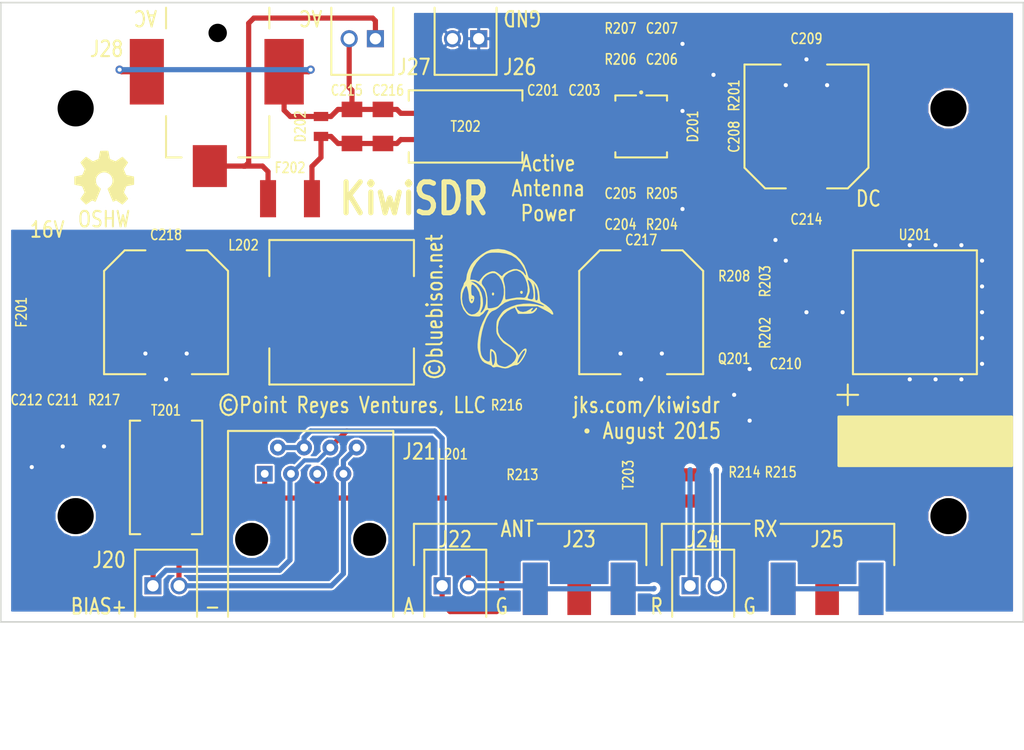
<source format=kicad_pcb>
(kicad_pcb (version 3) (host pcbnew "(2013-mar-25)-stable")

  (general
    (links 97)
    (no_connects 17)
    (area 112.169445 121.033334 212.830555 202.605001)
    (thickness 1.6)
    (drawings 32)
    (tracks 287)
    (zones 0)
    (modules 59)
    (nets 26)
  )

  (page A3)
  (layers
    (15 Top signal)
    (0 Gnd signal hide)
    (16 B.Adhes user hide)
    (17 F.Adhes user hide)
    (18 B.Paste user)
    (19 F.Paste user)
    (20 B.SilkS user)
    (21 F.SilkS user hide)
    (22 B.Mask user)
    (23 F.Mask user)
    (24 Dwgs.User user)
    (25 Cmts.User user)
    (26 Eco1.User user)
    (27 Eco2.User user hide)
    (28 Edge.Cuts user)
  )

  (setup
    (last_trace_width 1)
    (user_trace_width 0.15)
    (user_trace_width 0.2)
    (user_trace_width 0.25)
    (user_trace_width 0.3)
    (user_trace_width 0.35)
    (user_trace_width 0.4)
    (user_trace_width 0.5)
    (user_trace_width 1)
    (user_trace_width 1.5)
    (user_trace_width 2)
    (trace_clearance 0.2)
    (zone_clearance 0.2)
    (zone_45_only yes)
    (trace_min 0.15)
    (segment_width 0.15)
    (edge_width 0.15)
    (via_size 0.8)
    (via_drill 0.4)
    (via_min_size 0.8)
    (via_min_drill 0.4)
    (user_via 0.8 0.4)
    (user_via 1 0.5)
    (uvia_size 0.508)
    (uvia_drill 0.127)
    (uvias_allowed no)
    (uvia_min_size 0.508)
    (uvia_min_drill 0.127)
    (pcb_text_width 0.125)
    (pcb_text_size 1.2 1.5)
    (mod_edge_width 0.2)
    (mod_text_size 0.8 1)
    (mod_text_width 0.15)
    (pad_size 36 50)
    (pad_drill 0.762)
    (pad_to_mask_clearance 0)
    (aux_axis_origin 0 0)
    (visible_elements FFFF7FBF)
    (pcbplotparams
      (layerselection 301760513)
      (usegerberextensions true)
      (excludeedgelayer true)
      (linewidth 152400)
      (plotframeref false)
      (viasonmask false)
      (mode 1)
      (useauxorigin false)
      (hpglpennumber 1)
      (hpglpenspeed 20)
      (hpglpendiameter 15)
      (hpglpenoverlay 2)
      (psnegative false)
      (psa4output false)
      (plotreference true)
      (plotvalue false)
      (plotothertext false)
      (plotinvisibletext false)
      (padsonsilk false)
      (subtractmaskfromsilk false)
      (outputformat 1)
      (mirror false)
      (drillshape 0)
      (scaleselection 1)
      (outputdirectory plot/))
  )

  (net 0 "")
  (net 1 /Power_Injector/AC1)
  (net 2 /Power_Injector/AC2)
  (net 3 /Power_Injector/AC3)
  (net 4 /Power_Injector/AC4)
  (net 5 /Power_Injector/AC5)
  (net 6 /Power_Injector/ANT+)
  (net 7 /Power_Injector/ANT-)
  (net 8 /Power_Injector/BIAS+)
  (net 9 /Power_Injector/BIAS-)
  (net 10 /Power_Injector/RX+)
  (net 11 /Power_Injector/RX-)
  (net 12 /Power_Injector/SNB)
  (net 13 /Power_Injector/SNB1)
  (net 14 /Power_Injector/SNB2)
  (net 15 /Power_Injector/SNB3)
  (net 16 /Power_Injector/SNB4)
  (net 17 /Power_Injector/TPG)
  (net 18 /Power_Injector/VADJ)
  (net 19 /Power_Injector/VIN)
  (net 20 /Power_Injector/VMULT)
  (net 21 /Power_Injector/VOUT1)
  (net 22 /Power_Injector/VOUT2)
  (net 23 /Power_Injector/VOUT3)
  (net 24 16V)
  (net 25 GND)

  (net_class Default "This is the default net class."
    (clearance 0.2)
    (trace_width 1)
    (via_dia 0.8)
    (via_drill 0.4)
    (uvia_dia 0.508)
    (uvia_drill 0.127)
    (add_net "")
    (add_net /Power_Injector/AC1)
    (add_net /Power_Injector/AC2)
    (add_net /Power_Injector/AC3)
    (add_net /Power_Injector/AC4)
    (add_net /Power_Injector/AC5)
    (add_net /Power_Injector/ANT+)
    (add_net /Power_Injector/ANT-)
    (add_net /Power_Injector/BIAS+)
    (add_net /Power_Injector/BIAS-)
    (add_net /Power_Injector/RX+)
    (add_net /Power_Injector/RX-)
    (add_net /Power_Injector/SNB)
    (add_net /Power_Injector/SNB1)
    (add_net /Power_Injector/SNB2)
    (add_net /Power_Injector/SNB3)
    (add_net /Power_Injector/SNB4)
    (add_net /Power_Injector/TPG)
    (add_net /Power_Injector/VADJ)
    (add_net /Power_Injector/VIN)
    (add_net /Power_Injector/VMULT)
    (add_net /Power_Injector/VOUT1)
    (add_net /Power_Injector/VOUT2)
    (add_net /Power_Injector/VOUT3)
    (add_net 16V)
    (add_net GND)
  )

  (module kiwi-RJ45_8 (layer Top) (tedit 55BF1737) (tstamp 556E0B09)
    (at 143 182)
    (descr "FCI 54602-908LF")
    (tags RJ45)
    (path /54E924EC/54F0729C)
    (solder_mask_margin 0.05)
    (clearance 0.05)
    (fp_text reference J21 (at 10.5 -8.5) (layer F.SilkS)
      (effects (font (size 1.5 1.2) (thickness 0.2)))
    )
    (fp_text value "DNL RJ45" (at 0 0) (layer F.SilkS) hide
      (effects (font (size 1.5 1.2) (thickness 0.2)))
    )
    (fp_line (start -8 7.5) (end -8 -10.5) (layer F.SilkS) (width 0.2))
    (fp_line (start -8 -10.5) (end 8 -10.5) (layer F.SilkS) (width 0.2))
    (fp_line (start 8 -10.5) (end 8 7.5) (layer F.SilkS) (width 0.2))
    (fp_line (start -7.65 7.62) (end 7.65 7.62) (layer Dwgs.User) (width 0.01))
    (fp_line (start 7.65 7.62) (end 7.65 -10.12) (layer Dwgs.User) (width 0.01))
    (fp_line (start 7.65 -10.12) (end -7.65 -10.12) (layer Dwgs.User) (width 0.01))
    (fp_line (start -7.65 -10.12) (end -7.65 7.62) (layer Dwgs.User) (width 0.01))
    (pad Hole np_thru_hole circle (at 5.715 0) (size 3.2 3.2) (drill 3.2)
      (layers *.Mask)
    )
    (pad Hole np_thru_hole circle (at -5.715 0) (size 3.2 3.2) (drill 3.2)
      (layers *.Mask)
    )
    (pad 1 thru_hole rect (at -4.445 -6.35) (size 1.524 1.524) (drill 0.76)
      (layers *.Cu *.Mask)
      (net 7 /Power_Injector/ANT-)
    )
    (pad 2 thru_hole circle (at -3.175 -8.89) (size 1.524 1.524) (drill 0.76)
      (layers *.Cu *.Mask)
      (net 6 /Power_Injector/ANT+)
    )
    (pad 3 thru_hole circle (at -1.905 -6.35) (size 1.524 1.524) (drill 0.76)
      (layers *.Cu *.Mask)
      (net 8 /Power_Injector/BIAS+)
    )
    (pad 4 thru_hole circle (at -0.635 -8.89) (size 1.524 1.524) (drill 0.76)
      (layers *.Cu *.Mask)
      (net 6 /Power_Injector/ANT+)
    )
    (pad 5 thru_hole circle (at 0.635 -6.35) (size 1.524 1.524) (drill 0.76)
      (layers *.Cu *.Mask)
      (net 7 /Power_Injector/ANT-)
    )
    (pad 6 thru_hole circle (at 1.905 -8.89) (size 1.524 1.524) (drill 0.76)
      (layers *.Cu *.Mask)
      (net 8 /Power_Injector/BIAS+)
    )
    (pad 7 thru_hole circle (at 3.175 -6.35) (size 1.524 1.524) (drill 0.76)
      (layers *.Cu *.Mask)
      (net 9 /Power_Injector/BIAS-)
    )
    (pad 8 thru_hole circle (at 4.445 -8.89) (size 1.524 1.524) (drill 0.76)
      (layers *.Cu *.Mask)
      (net 9 /Power_Injector/BIAS-)
    )
  )

  (module kiwi-TB_2P_2_54MM (layer Top) (tedit 55C3D6A6) (tstamp 55BEE126)
    (at 158 133.5 180)
    (descr "TE TB_2P_2_54MM footprint")
    (path /54E924EC/55BEDE70)
    (solder_mask_margin 0.05)
    (clearance 0.05)
    (fp_text reference J26 (at -5.25 -2.75 180) (layer F.SilkS)
      (effects (font (size 1.5 1.2) (thickness 0.2)))
    )
    (fp_text value TB_2 (at 0 0 180) (layer F.SilkS) hide
      (effects (font (size 1.5 1.2) (thickness 0.2)))
    )
    (fp_line (start -3 3) (end -3 -3.5) (layer F.SilkS) (width 0.2))
    (fp_line (start -3 -3.5) (end 3 -3.5) (layer F.SilkS) (width 0.2))
    (fp_line (start 3 -3.5) (end 3 3) (layer F.SilkS) (width 0.2))
    (fp_line (start -2.77 -3.25) (end 2.77 -3.25) (layer Dwgs.User) (width 0.01))
    (fp_line (start 2.77 -3.25) (end 2.77 3.25) (layer Dwgs.User) (width 0.01))
    (fp_line (start 2.77 3.25) (end -2.77 3.25) (layer Dwgs.User) (width 0.01))
    (fp_line (start -2.77 3.25) (end -2.77 -3.25) (layer Dwgs.User) (width 0.01))
    (pad 1 thru_hole rect (at -1.27 0 180) (size 1.65 1.65) (drill 1.1)
      (layers *.Cu *.Mask)
      (net 25 GND)
    )
    (pad 2 thru_hole circle (at 1.27 0 180) (size 1.65 1.65) (drill 1.1)
      (layers *.Cu *.Mask)
      (net 25 GND)
    )
  )

  (module kiwi-TB_2P_2_54MM (layer Top) (tedit 55C3D844) (tstamp 556E0869)
    (at 181 186.5)
    (descr "TE TB_2P_2_54MM footprint")
    (path /54E924EC/54E7D671)
    (solder_mask_margin 0.05)
    (clearance 0.05)
    (fp_text reference J24 (at 0 -4.5) (layer F.SilkS)
      (effects (font (size 1.5 1.2) (thickness 0.2)))
    )
    (fp_text value TB_2 (at 0 0) (layer F.SilkS) hide
      (effects (font (size 1.5 1.2) (thickness 0.2)))
    )
    (fp_line (start -3 3) (end -3 -3.5) (layer F.SilkS) (width 0.2))
    (fp_line (start -3 -3.5) (end 3 -3.5) (layer F.SilkS) (width 0.2))
    (fp_line (start 3 -3.5) (end 3 3) (layer F.SilkS) (width 0.2))
    (fp_line (start -2.77 -3.25) (end 2.77 -3.25) (layer Dwgs.User) (width 0.01))
    (fp_line (start 2.77 -3.25) (end 2.77 3.25) (layer Dwgs.User) (width 0.01))
    (fp_line (start 2.77 3.25) (end -2.77 3.25) (layer Dwgs.User) (width 0.01))
    (fp_line (start -2.77 3.25) (end -2.77 -3.25) (layer Dwgs.User) (width 0.01))
    (pad 1 thru_hole rect (at -1.27 0) (size 1.65 1.65) (drill 1.1)
      (layers *.Cu *.Mask)
      (net 10 /Power_Injector/RX+)
    )
    (pad 2 thru_hole circle (at 1.27 0) (size 1.65 1.65) (drill 1.1)
      (layers *.Cu *.Mask)
      (net 11 /Power_Injector/RX-)
    )
  )

  (module kiwi-TB_2P_2_54MM (layer Top) (tedit 55C3D832) (tstamp 55C13648)
    (at 157 186.5)
    (descr "TE TB_2P_2_54MM footprint")
    (path /54E924EC/54E92B0B)
    (solder_mask_margin 0.05)
    (clearance 0.05)
    (fp_text reference J22 (at 0 -4.5) (layer F.SilkS)
      (effects (font (size 1.5 1.2) (thickness 0.2)))
    )
    (fp_text value TB_2 (at 0 0) (layer F.SilkS) hide
      (effects (font (size 1.5 1.2) (thickness 0.2)))
    )
    (fp_line (start -3 3) (end -3 -3.5) (layer F.SilkS) (width 0.2))
    (fp_line (start -3 -3.5) (end 3 -3.5) (layer F.SilkS) (width 0.2))
    (fp_line (start 3 -3.5) (end 3 3) (layer F.SilkS) (width 0.2))
    (fp_line (start -2.77 -3.25) (end 2.77 -3.25) (layer Dwgs.User) (width 0.01))
    (fp_line (start 2.77 -3.25) (end 2.77 3.25) (layer Dwgs.User) (width 0.01))
    (fp_line (start 2.77 3.25) (end -2.77 3.25) (layer Dwgs.User) (width 0.01))
    (fp_line (start -2.77 3.25) (end -2.77 -3.25) (layer Dwgs.User) (width 0.01))
    (pad 1 thru_hole rect (at -1.27 0) (size 1.65 1.65) (drill 1.1)
      (layers *.Cu *.Mask)
      (net 6 /Power_Injector/ANT+)
    )
    (pad 2 thru_hole circle (at 1.27 0) (size 1.65 1.65) (drill 1.1)
      (layers *.Cu *.Mask)
      (net 7 /Power_Injector/ANT-)
    )
  )

  (module kiwi-TB_2P_2_54MM (layer Top) (tedit 55C13749) (tstamp 556E087D)
    (at 129 186.5)
    (descr "TE TB_2P_2_54MM footprint")
    (path /54E924EC/54F0E557)
    (solder_mask_margin 0.05)
    (clearance 0.05)
    (fp_text reference J20 (at -5.5 -2.5) (layer F.SilkS)
      (effects (font (size 1.5 1.2) (thickness 0.2)))
    )
    (fp_text value "DNL TB_2" (at 0 0) (layer F.SilkS) hide
      (effects (font (size 1.5 1.2) (thickness 0.2)))
    )
    (fp_line (start -3 3) (end -3 -3.5) (layer F.SilkS) (width 0.2))
    (fp_line (start -3 -3.5) (end 3 -3.5) (layer F.SilkS) (width 0.2))
    (fp_line (start 3 -3.5) (end 3 3) (layer F.SilkS) (width 0.2))
    (fp_line (start -2.77 -3.25) (end 2.77 -3.25) (layer Dwgs.User) (width 0.01))
    (fp_line (start 2.77 -3.25) (end 2.77 3.25) (layer Dwgs.User) (width 0.01))
    (fp_line (start 2.77 3.25) (end -2.77 3.25) (layer Dwgs.User) (width 0.01))
    (fp_line (start -2.77 3.25) (end -2.77 -3.25) (layer Dwgs.User) (width 0.01))
    (pad 1 thru_hole rect (at -1.27 0) (size 1.65 1.65) (drill 1.1)
      (layers *.Cu *.Mask)
      (net 8 /Power_Injector/BIAS+)
    )
    (pad 2 thru_hole circle (at 1.27 0) (size 1.65 1.65) (drill 1.1)
      (layers *.Cu *.Mask)
      (net 9 /Power_Injector/BIAS-)
    )
  )

  (module kiwi-TB_2P_2_54MM (layer Top) (tedit 55C3D56B) (tstamp 55B19B80)
    (at 148 133.5 180)
    (descr "TE TB_2P_2_54MM footprint")
    (path /54E924EC/55B1A5F8)
    (solder_mask_margin 0.05)
    (clearance 0.05)
    (fp_text reference J27 (at -5 -2.75 180) (layer F.SilkS)
      (effects (font (size 1.5 1.2) (thickness 0.2)))
    )
    (fp_text value "DNL TB_2" (at 0 0 180) (layer F.SilkS) hide
      (effects (font (size 1.5 1.2) (thickness 0.2)))
    )
    (fp_line (start -3 3) (end -3 -3.5) (layer F.SilkS) (width 0.2))
    (fp_line (start -3 -3.5) (end 3 -3.5) (layer F.SilkS) (width 0.2))
    (fp_line (start 3 -3.5) (end 3 3) (layer F.SilkS) (width 0.2))
    (fp_line (start -2.77 -3.25) (end 2.77 -3.25) (layer Dwgs.User) (width 0.01))
    (fp_line (start 2.77 -3.25) (end 2.77 3.25) (layer Dwgs.User) (width 0.01))
    (fp_line (start 2.77 3.25) (end -2.77 3.25) (layer Dwgs.User) (width 0.01))
    (fp_line (start -2.77 3.25) (end -2.77 -3.25) (layer Dwgs.User) (width 0.01))
    (pad 1 thru_hole rect (at -1.27 0 180) (size 1.65 1.65) (drill 1.1)
      (layers *.Cu *.Mask)
      (net 1 /Power_Injector/AC1)
    )
    (pad 2 thru_hole circle (at 1.27 0 180) (size 1.65 1.65) (drill 1.1)
      (layers *.Cu *.Mask)
      (net 2 /Power_Injector/AC2)
    )
  )

  (module kiwi-TP_1250 (layer Top) (tedit 55BEBD90) (tstamp 556E6A58)
    (at 197 151 90)
    (path /54E924EC/556E6010)
    (solder_mask_margin 0.05)
    (clearance 0.05)
    (fp_text reference TP201 (at 0 0 90) (layer F.SilkS) hide
      (effects (font (size 1 1) (thickness 0.15)))
    )
    (fp_text value TEST_POINT (at 0 0 90) (layer F.SilkS) hide
      (effects (font (size 1 1) (thickness 0.15)))
    )
    (pad 1 smd circle (at 0 0 90) (size 1.25 1.25)
      (layers Top F.Mask)
      (net 19 /Power_Injector/VIN)
      (zone_connect 2)
    )
  )

  (module kiwi-TP_1250 (layer Top) (tedit 55BEBAC8) (tstamp 556E6A5D)
    (at 118 154 90)
    (path /54E924EC/556E6192)
    (solder_mask_margin 0.05)
    (clearance 0.05)
    (fp_text reference TP202 (at 0 0 90) (layer F.SilkS) hide
      (effects (font (size 1 1) (thickness 0.15)))
    )
    (fp_text value TEST_POINT (at 0 0 90) (layer F.SilkS) hide
      (effects (font (size 1 1) (thickness 0.15)))
    )
    (pad 1 smd circle (at 0 0 90) (size 1.25 1.25)
      (layers Top F.Mask)
      (net 21 /Power_Injector/VOUT1)
      (zone_connect 2)
    )
  )

  (module kiwi-DC_JACK_2_1MM (layer Top) (tedit 55C3D6B7) (tstamp 556E085F)
    (at 134 130 90)
    (descr "TE DC_JACK_2_1MM footprint")
    (path /54E924EC/557415A9)
    (solder_mask_margin 0.05)
    (clearance 0.05)
    (attr smd)
    (fp_text reference J28 (at -4.5 -10.75 180) (layer F.SilkS)
      (effects (font (size 1.5 1.2) (thickness 0.2)))
    )
    (fp_text value "DC JACK 2.1MM" (at 0 0 90) (layer F.SilkS) hide
      (effects (font (size 1.5 1.2) (thickness 0.2)))
    )
    (fp_line (start -11 -5) (end -15 -5) (layer F.SilkS) (width 0.2))
    (fp_line (start -15 -5) (end -15 -3.5) (layer F.SilkS) (width 0.2))
    (fp_line (start -15 2) (end -15 5) (layer F.SilkS) (width 0.2))
    (fp_line (start -15 5) (end -11 5) (layer F.SilkS) (width 0.2))
    (fp_line (start -2.5 5) (end -0.5 5) (layer F.SilkS) (width 0.2))
    (fp_line (start -2.5 -5) (end -0.5 -5) (layer F.SilkS) (width 0.2))
    (fp_line (start -14.5 -4.5) (end 0 -4.5) (layer Dwgs.User) (width 0.01))
    (fp_line (start 0 -4.5) (end 0 4.5) (layer Dwgs.User) (width 0.01))
    (fp_line (start 0 4.5) (end -14.5 4.5) (layer Dwgs.User) (width 0.01))
    (fp_line (start -14.5 4.5) (end -14.5 -4.5) (layer Dwgs.User) (width 0.01))
    (fp_line (start -17.1 -1.45) (end -14.5 -1.45) (layer Dwgs.User) (width 0.01))
    (fp_line (start -17.1 -1.45) (end -17.1 0.25) (layer Dwgs.User) (width 0.01))
    (fp_line (start -17.1 0.25) (end -14.5 0.25) (layer Dwgs.User) (width 0.01))
    (fp_line (start -9 -4.5) (end -9 -7.6) (layer Dwgs.User) (width 0.01))
    (fp_line (start -9 -7.6) (end -4.4 -7.6) (layer Dwgs.User) (width 0.01))
    (fp_line (start -4.4 -7.6) (end -4.4 -4.5) (layer Dwgs.User) (width 0.01))
    (fp_line (start -9 4.5) (end -9 7.6) (layer Dwgs.User) (width 0.01))
    (fp_line (start -9 7.6) (end -4.4 7.6) (layer Dwgs.User) (width 0.01))
    (fp_line (start -4.4 7.6) (end -4.4 4.5) (layer Dwgs.User) (width 0.01))
    (pad 1 smd rect (at -15.84 -0.76 90) (size 4.06 3.3)
      (layers Top F.Paste F.Mask)
      (net 1 /Power_Injector/AC1)
    )
    (pad 2 smd rect (at -6.7 -6.86 90) (size 6.35 3.3)
      (layers Top F.Paste F.Mask)
      (net 2 /Power_Injector/AC2)
    )
    (pad 3 smd rect (at -6.7 6.43 90) (size 6.35 3.81)
      (layers Top F.Paste F.Mask)
      (net 2 /Power_Injector/AC2)
    )
    (pad "" np_thru_hole circle (at -2.94 0 90) (size 2.7 2.7) (drill 1.78)
      (layers *.Mask)
    )
  )

  (module kiwi-SM1812 (layer Top) (tedit 55BEBC08) (tstamp 556E08E2)
    (at 141 149 180)
    (path /54E924EC/54FBBBE4)
    (solder_mask_margin 0.05)
    (clearance 0.05)
    (attr smd)
    (fp_text reference F202 (at 0 3 180) (layer F.SilkS)
      (effects (font (size 1 0.8) (thickness 0.15)))
    )
    (fp_text value "PPTC 200 mA" (at 0 0 180) (layer F.SilkS) hide
      (effects (font (size 1 0.8) (thickness 0.15)))
    )
    (pad 1 smd rect (at -2.125 0 180) (size 1.55 3.6)
      (layers Top F.Paste F.Mask)
      (net 3 /Power_Injector/AC3)
    )
    (pad 2 smd rect (at 2.125 0 180) (size 1.55 3.6)
      (layers Top F.Paste F.Mask)
      (net 1 /Power_Injector/AC1)
    )
  )

  (module kiwi-SM1812 (layer Top) (tedit 55BEBAB6) (tstamp 556E08DC)
    (at 118 160 90)
    (path /54E924EC/54F2366A)
    (solder_mask_margin 0.05)
    (clearance 0.05)
    (attr smd)
    (fp_text reference F201 (at 0 -3 90) (layer F.SilkS)
      (effects (font (size 1 0.8) (thickness 0.15)))
    )
    (fp_text value "PPTC 200 mA" (at 0 0 90) (layer F.SilkS) hide
      (effects (font (size 1 0.8) (thickness 0.15)))
    )
    (pad 1 smd rect (at -2.125 0 90) (size 1.55 3.6)
      (layers Top F.Paste F.Mask)
      (net 24 16V)
    )
    (pad 2 smd rect (at 2.125 0 90) (size 1.55 3.6)
      (layers Top F.Paste F.Mask)
      (net 21 /Power_Injector/VOUT1)
    )
  )

  (module kiwi-SM1812 (layer Top) (tedit 55BF01D3) (tstamp 556E08D6)
    (at 161.75 173.75 180)
    (path /54E924EC/54ED5C44)
    (solder_mask_margin 0.05)
    (clearance 0.05)
    (attr smd)
    (fp_text reference L201 (at 5 0 180) (layer F.SilkS)
      (effects (font (size 1 0.8) (thickness 0.15)))
    )
    (fp_text value 100uH (at 0 0 180) (layer F.SilkS) hide
      (effects (font (size 1 0.8) (thickness 0.15)))
    )
    (pad 1 smd rect (at -2.125 0 180) (size 1.55 3.6)
      (layers Top F.Paste F.Mask)
      (net 10 /Power_Injector/RX+)
    )
    (pad 2 smd rect (at 2.125 0 180) (size 1.55 3.6)
      (layers Top F.Paste F.Mask)
      (net 8 /Power_Injector/BIAS+)
    )
  )

  (module kiwi-SM0805 (layer Top) (tedit 55BEBCD3) (tstamp 556E0924)
    (at 182 139 270)
    (path /54E924EC/52BCBD21)
    (solder_mask_margin 0.05)
    (clearance 0.05)
    (attr smd)
    (fp_text reference R201 (at 0 -2 270) (layer F.SilkS)
      (effects (font (size 1 0.8) (thickness 0.15)))
    )
    (fp_text value 680R (at 0 0 270) (layer F.SilkS) hide
      (effects (font (size 1 0.8) (thickness 0.15)))
    )
    (pad 1 smd rect (at -0.9652 0 270) (size 0.889 1.397)
      (layers Top F.Paste F.Mask)
      (net 25 GND)
    )
    (pad 2 smd rect (at 0.9652 0 270) (size 0.889 1.397)
      (layers Top F.Paste F.Mask)
      (net 12 /Power_Injector/SNB)
    )
  )

  (module kiwi-SM0805 (layer Top) (tedit 55BEBD0D) (tstamp 556E0936)
    (at 177 147 180)
    (path /54E924EC/54FC39ED)
    (solder_mask_margin 0.05)
    (clearance 0.05)
    (attr smd)
    (fp_text reference R205 (at 0 -1.5 180) (layer F.SilkS)
      (effects (font (size 1 0.8) (thickness 0.15)))
    )
    (fp_text value 47R (at 0 0 180) (layer F.SilkS) hide
      (effects (font (size 1 0.8) (thickness 0.15)))
    )
    (pad 1 smd rect (at -0.9652 0 180) (size 0.889 1.397)
      (layers Top F.Paste F.Mask)
      (net 19 /Power_Injector/VIN)
    )
    (pad 2 smd rect (at 0.9652 0 180) (size 0.889 1.397)
      (layers Top F.Paste F.Mask)
      (net 14 /Power_Injector/SNB2)
    )
  )

  (module kiwi-SM0805 (layer Top) (tedit 55BEBD0F) (tstamp 556E0966)
    (at 177 150 180)
    (path /54E924EC/54FC3BC9)
    (solder_mask_margin 0.05)
    (clearance 0.05)
    (attr smd)
    (fp_text reference R204 (at 0 -1.5 180) (layer F.SilkS)
      (effects (font (size 1 0.8) (thickness 0.15)))
    )
    (fp_text value 47R (at 0 0 180) (layer F.SilkS) hide
      (effects (font (size 1 0.8) (thickness 0.15)))
    )
    (pad 1 smd rect (at -0.9652 0 180) (size 0.889 1.397)
      (layers Top F.Paste F.Mask)
      (net 25 GND)
    )
    (pad 2 smd rect (at 0.9652 0 180) (size 0.889 1.397)
      (layers Top F.Paste F.Mask)
      (net 13 /Power_Injector/SNB1)
    )
  )

  (module kiwi-SM0805 (layer Top) (tedit 55BEBA6B) (tstamp 556E0990)
    (at 123 171 270)
    (path /54E924EC/54EFBD76)
    (solder_mask_margin 0.05)
    (clearance 0.05)
    (attr smd)
    (fp_text reference R217 (at -2.5 0 360) (layer F.SilkS)
      (effects (font (size 1 0.8) (thickness 0.15)))
    )
    (fp_text value DNL (at 0 0 270) (layer F.SilkS) hide
      (effects (font (size 1 0.8) (thickness 0.15)))
    )
    (pad 1 smd rect (at -0.9652 0 270) (size 0.889 1.397)
      (layers Top F.Paste F.Mask)
      (net 17 /Power_Injector/TPG)
    )
    (pad 2 smd rect (at 0.9652 0 270) (size 0.889 1.397)
      (layers Top F.Paste F.Mask)
      (net 25 GND)
    )
  )

  (module kiwi-SM0805 (layer Top) (tedit 55BEBBA8) (tstamp 556E0996)
    (at 162 170.5)
    (path /54E924EC/54F2DFB8)
    (solder_mask_margin 0.05)
    (clearance 0.05)
    (attr smd)
    (fp_text reference R216 (at 0 -1.5) (layer F.SilkS)
      (effects (font (size 1 0.8) (thickness 0.15)))
    )
    (fp_text value 1K5 (at 0 0) (layer F.SilkS) hide
      (effects (font (size 1 0.8) (thickness 0.15)))
    )
    (pad 1 smd rect (at -0.9652 0) (size 0.889 1.397)
      (layers Top F.Paste F.Mask)
      (net 8 /Power_Injector/BIAS+)
    )
    (pad 2 smd rect (at 0.9652 0) (size 0.889 1.397)
      (layers Top F.Paste F.Mask)
      (net 10 /Power_Injector/RX+)
    )
  )

  (module kiwi-SM0805 (layer Top) (tedit 55BEBBCD) (tstamp 556E09A2)
    (at 188 178 90)
    (path /54E924EC/54EED26A)
    (solder_mask_margin 0.05)
    (clearance 0.05)
    (attr smd)
    (fp_text reference R215 (at 2.5 0.5 180) (layer F.SilkS)
      (effects (font (size 1 0.8) (thickness 0.15)))
    )
    (fp_text value 0R (at 0 0 90) (layer F.SilkS) hide
      (effects (font (size 1 0.8) (thickness 0.15)))
    )
    (pad 1 smd rect (at -0.9652 0 90) (size 0.889 1.397)
      (layers Top F.Paste F.Mask)
      (net 25 GND)
    )
    (pad 2 smd rect (at 0.9652 0 90) (size 0.889 1.397)
      (layers Top F.Paste F.Mask)
      (net 11 /Power_Injector/RX-)
    )
  )

  (module kiwi-SM0805 (layer Top) (tedit 55BEE92B) (tstamp 55BEE952)
    (at 185 178 90)
    (path /54E924EC/54EE8779)
    (solder_mask_margin 0.05)
    (clearance 0.05)
    (attr smd)
    (fp_text reference R214 (at 2.5 0 180) (layer F.SilkS)
      (effects (font (size 1 0.8) (thickness 0.15)))
    )
    (fp_text value 0R (at 0 0 90) (layer F.SilkS) hide
      (effects (font (size 1 0.8) (thickness 0.15)))
    )
    (pad 1 smd rect (at -0.9652 0 90) (size 0.889 1.397)
      (layers Top F.Paste F.Mask)
      (net 7 /Power_Injector/ANT-)
    )
    (pad 2 smd rect (at 0.9652 0 90) (size 0.889 1.397)
      (layers Top F.Paste F.Mask)
      (net 11 /Power_Injector/RX-)
    )
  )

  (module kiwi-SM0805 (layer Top) (tedit 55BEBBD6) (tstamp 556E09B4)
    (at 163.5 178.25 90)
    (path /54E924EC/54EE814A)
    (solder_mask_margin 0.05)
    (clearance 0.05)
    (attr smd)
    (fp_text reference R213 (at 2.5 0 180) (layer F.SilkS)
      (effects (font (size 1 0.8) (thickness 0.15)))
    )
    (fp_text value 0R (at 0 0 90) (layer F.SilkS) hide
      (effects (font (size 1 0.8) (thickness 0.15)))
    )
    (pad 1 smd rect (at -0.9652 0 90) (size 0.889 1.397)
      (layers Top F.Paste F.Mask)
      (net 6 /Power_Injector/ANT+)
    )
    (pad 2 smd rect (at 0.9652 0 90) (size 0.889 1.397)
      (layers Top F.Paste F.Mask)
      (net 10 /Power_Injector/RX+)
    )
  )

  (module kiwi-SM0805 (layer Top) (tedit 55BEBDF0) (tstamp 556E09C6)
    (at 189 157 90)
    (path /54E924EC/54E912C3)
    (solder_mask_margin 0.05)
    (clearance 0.05)
    (attr smd)
    (fp_text reference R203 (at 0 -2 90) (layer F.SilkS)
      (effects (font (size 1 0.8) (thickness 0.15)))
    )
    (fp_text value 1K (at 0 0 90) (layer F.SilkS) hide
      (effects (font (size 1 0.8) (thickness 0.15)))
    )
    (pad 1 smd rect (at -0.9652 0 90) (size 0.889 1.397)
      (layers Top F.Paste F.Mask)
      (net 18 /Power_Injector/VADJ)
    )
    (pad 2 smd rect (at 0.9652 0 90) (size 0.889 1.397)
      (layers Top F.Paste F.Mask)
      (net 25 GND)
    )
  )

  (module kiwi-SM0805 (layer Top) (tedit 55BEBDF7) (tstamp 556E09CC)
    (at 189 162 90)
    (path /54E924EC/54E912B3)
    (solder_mask_margin 0.05)
    (clearance 0.05)
    (attr smd)
    (fp_text reference R202 (at 0 -2 90) (layer F.SilkS)
      (effects (font (size 1 0.8) (thickness 0.15)))
    )
    (fp_text value 11K5 (at 0 0 90) (layer F.SilkS) hide
      (effects (font (size 1 0.8) (thickness 0.15)))
    )
    (pad 1 smd rect (at -0.9652 0 90) (size 0.889 1.397)
      (layers Top F.Paste F.Mask)
      (net 23 /Power_Injector/VOUT3)
    )
    (pad 2 smd rect (at 0.9652 0 90) (size 0.889 1.397)
      (layers Top F.Paste F.Mask)
      (net 18 /Power_Injector/VADJ)
    )
  )

  (module kiwi-SM0805 (layer Top) (tedit 55BEBCCF) (tstamp 556E09D2)
    (at 182 143 90)
    (path /54E924EC/54E82B58)
    (solder_mask_margin 0.05)
    (clearance 0.05)
    (attr smd)
    (fp_text reference C208 (at 0 2 90) (layer F.SilkS)
      (effects (font (size 1 0.8) (thickness 0.15)))
    )
    (fp_text value 100n/100 (at 0 0 90) (layer F.SilkS) hide
      (effects (font (size 1 0.8) (thickness 0.15)))
    )
    (pad 1 smd rect (at -0.9652 0 90) (size 0.889 1.397)
      (layers Top F.Paste F.Mask)
      (net 19 /Power_Injector/VIN)
    )
    (pad 2 smd rect (at 0.9652 0 90) (size 0.889 1.397)
      (layers Top F.Paste F.Mask)
      (net 12 /Power_Injector/SNB)
    )
  )

  (module kiwi-SM0805 (layer Top) (tedit 55BEBCF8) (tstamp 556E09D8)
    (at 177 134 180)
    (path /54E924EC/54E7F9B7)
    (solder_mask_margin 0.05)
    (clearance 0.05)
    (attr smd)
    (fp_text reference C207 (at 0 1.5 180) (layer F.SilkS)
      (effects (font (size 1 0.8) (thickness 0.15)))
    )
    (fp_text value 100n/100 (at 0 0 180) (layer F.SilkS) hide
      (effects (font (size 1 0.8) (thickness 0.15)))
    )
    (pad 1 smd rect (at -0.9652 0 180) (size 0.889 1.397)
      (layers Top F.Paste F.Mask)
      (net 25 GND)
    )
    (pad 2 smd rect (at 0.9652 0 180) (size 0.889 1.397)
      (layers Top F.Paste F.Mask)
      (net 16 /Power_Injector/SNB4)
    )
  )

  (module kiwi-SM0805 (layer Top) (tedit 55BEBD09) (tstamp 556E09DE)
    (at 173 150 180)
    (path /54E924EC/54E7F9B1)
    (solder_mask_margin 0.05)
    (clearance 0.05)
    (attr smd)
    (fp_text reference C204 (at 0 -1.5 180) (layer F.SilkS)
      (effects (font (size 1 0.8) (thickness 0.15)))
    )
    (fp_text value 100n/100 (at 0 0 180) (layer F.SilkS) hide
      (effects (font (size 1 0.8) (thickness 0.15)))
    )
    (pad 1 smd rect (at -0.9652 0 180) (size 0.889 1.397)
      (layers Top F.Paste F.Mask)
      (net 13 /Power_Injector/SNB1)
    )
    (pad 2 smd rect (at 0.9652 0 180) (size 0.889 1.397)
      (layers Top F.Paste F.Mask)
      (net 4 /Power_Injector/AC4)
    )
  )

  (module kiwi-SM0805 (layer Top) (tedit 55BEBCEF) (tstamp 556E09E4)
    (at 177 137 180)
    (path /54E924EC/54E80BBC)
    (solder_mask_margin 0.05)
    (clearance 0.05)
    (attr smd)
    (fp_text reference C206 (at 0 1.5 180) (layer F.SilkS)
      (effects (font (size 1 0.8) (thickness 0.15)))
    )
    (fp_text value 100n/100 (at 0 0 180) (layer F.SilkS) hide
      (effects (font (size 1 0.8) (thickness 0.15)))
    )
    (pad 1 smd rect (at -0.9652 0 180) (size 0.889 1.397)
      (layers Top F.Paste F.Mask)
      (net 19 /Power_Injector/VIN)
    )
    (pad 2 smd rect (at 0.9652 0 180) (size 0.889 1.397)
      (layers Top F.Paste F.Mask)
      (net 15 /Power_Injector/SNB3)
    )
  )

  (module kiwi-SM0805 (layer Top) (tedit 55BEBD05) (tstamp 556E09EA)
    (at 173 147 180)
    (path /54E924EC/54E80BB6)
    (solder_mask_margin 0.05)
    (clearance 0.05)
    (attr smd)
    (fp_text reference C205 (at 0 -1.5 180) (layer F.SilkS)
      (effects (font (size 1 0.8) (thickness 0.15)))
    )
    (fp_text value 100n/100 (at 0 0 180) (layer F.SilkS) hide
      (effects (font (size 1 0.8) (thickness 0.15)))
    )
    (pad 1 smd rect (at -0.9652 0 180) (size 0.889 1.397)
      (layers Top F.Paste F.Mask)
      (net 14 /Power_Injector/SNB2)
    )
    (pad 2 smd rect (at 0.9652 0 180) (size 0.889 1.397)
      (layers Top F.Paste F.Mask)
      (net 4 /Power_Injector/AC4)
    )
  )

  (module kiwi-SM0805 (layer Top) (tedit 55BEBC64) (tstamp 55BC080D)
    (at 144 142 270)
    (path /54E924EC/54FC9894)
    (solder_mask_margin 0.05)
    (clearance 0.05)
    (attr smd)
    (fp_text reference D202 (at 0 2 270) (layer F.SilkS)
      (effects (font (size 1 0.8) (thickness 0.15)))
    )
    (fp_text value "TVS 25VAC" (at 0 0 270) (layer F.SilkS) hide
      (effects (font (size 1 0.8) (thickness 0.15)))
    )
    (pad 1 smd rect (at -0.9652 0 270) (size 0.889 1.397)
      (layers Top F.Paste F.Mask)
      (net 2 /Power_Injector/AC2)
    )
    (pad 2 smd rect (at 0.9652 0 270) (size 0.889 1.397)
      (layers Top F.Paste F.Mask)
      (net 3 /Power_Injector/AC3)
    )
  )

  (module kiwi-SM0805 (layer Top) (tedit 55BEBCEB) (tstamp 556E0A74)
    (at 173 137 180)
    (path /54E924EC/54FC3E3B)
    (solder_mask_margin 0.05)
    (clearance 0.05)
    (attr smd)
    (fp_text reference R206 (at 0 1.5 180) (layer F.SilkS)
      (effects (font (size 1 0.8) (thickness 0.15)))
    )
    (fp_text value 47R (at 0 0 180) (layer F.SilkS) hide
      (effects (font (size 1 0.8) (thickness 0.15)))
    )
    (pad 1 smd rect (at -0.9652 0 180) (size 0.889 1.397)
      (layers Top F.Paste F.Mask)
      (net 15 /Power_Injector/SNB3)
    )
    (pad 2 smd rect (at 0.9652 0 180) (size 0.889 1.397)
      (layers Top F.Paste F.Mask)
      (net 5 /Power_Injector/AC5)
    )
  )

  (module kiwi-SM0805 (layer Top) (tedit 55BEBCF5) (tstamp 556E0A8C)
    (at 173 134 180)
    (path /54E924EC/54FC3E4B)
    (solder_mask_margin 0.05)
    (clearance 0.05)
    (attr smd)
    (fp_text reference R207 (at 0 1.5 180) (layer F.SilkS)
      (effects (font (size 1 0.8) (thickness 0.15)))
    )
    (fp_text value 47R (at 0 0 180) (layer F.SilkS) hide
      (effects (font (size 1 0.8) (thickness 0.15)))
    )
    (pad 1 smd rect (at -0.9652 0 180) (size 0.889 1.397)
      (layers Top F.Paste F.Mask)
      (net 16 /Power_Injector/SNB4)
    )
    (pad 2 smd rect (at 0.9652 0 180) (size 0.889 1.397)
      (layers Top F.Paste F.Mask)
      (net 5 /Power_Injector/AC5)
    )
  )

  (module kiwi-SM0805 (layer Top) (tedit 55BEBDD5) (tstamp 55BE883A)
    (at 184 158 180)
    (path /54E924EC/55B18252)
    (solder_mask_margin 0.05)
    (clearance 0.05)
    (attr smd)
    (fp_text reference R208 (at 0 1.5 180) (layer F.SilkS)
      (effects (font (size 1 0.8) (thickness 0.15)))
    )
    (fp_text value 1K (at 0 0 180) (layer F.SilkS) hide
      (effects (font (size 1 0.8) (thickness 0.15)))
    )
    (pad 1 smd rect (at -0.9652 0 180) (size 0.889 1.397)
      (layers Top F.Paste F.Mask)
      (net 23 /Power_Injector/VOUT3)
    )
    (pad 2 smd rect (at 0.9652 0 180) (size 0.889 1.397)
      (layers Top F.Paste F.Mask)
      (net 20 /Power_Injector/VMULT)
    )
  )

  (module kiwi-SM0805 (layer Top) (tedit 55BEBA8E) (tstamp 556E0AD4)
    (at 119 171 270)
    (path /54E924EC/54E93C69)
    (solder_mask_margin 0.05)
    (clearance 0.05)
    (attr smd)
    (fp_text reference C211 (at -2.5 0 360) (layer F.SilkS)
      (effects (font (size 1 0.8) (thickness 0.15)))
    )
    (fp_text value 1n/100 (at 0 0 270) (layer F.SilkS) hide
      (effects (font (size 1 0.8) (thickness 0.15)))
    )
    (pad 1 smd rect (at -0.9652 0 270) (size 0.889 1.397)
      (layers Top F.Paste F.Mask)
      (net 24 16V)
    )
    (pad 2 smd rect (at 0.9652 0 270) (size 0.889 1.397)
      (layers Top F.Paste F.Mask)
      (net 25 GND)
    )
  )

  (module kiwi-SM1206 (layer Top) (tedit 55BEBA97) (tstamp 556E0ADA)
    (at 116 172 270)
    (path /54E924EC/52BBC091)
    (solder_mask_margin 0.05)
    (clearance 0.05)
    (attr smd)
    (fp_text reference C212 (at -3.5 0.5 360) (layer F.SilkS)
      (effects (font (size 1 0.8) (thickness 0.15)))
    )
    (fp_text value 470n/100 (at 0 0 270) (layer F.SilkS) hide
      (effects (font (size 1 0.8) (thickness 0.15)))
    )
    (pad 1 smd rect (at -1.65 0 270) (size 1.5 2)
      (layers Top F.Paste F.Mask)
      (net 24 16V)
    )
    (pad 2 smd rect (at 1.65 0 270) (size 1.5 2)
      (layers Top F.Paste F.Mask)
      (net 25 GND)
    )
  )

  (module kiwi-SM1206 (layer Top) (tedit 55BEBC83) (tstamp 55BC07FF)
    (at 150 142 90)
    (path /54E924EC/556E877F)
    (solder_mask_margin 0.05)
    (clearance 0.05)
    (attr smd)
    (fp_text reference C216 (at 3.5 0.5 180) (layer F.SilkS)
      (effects (font (size 1 0.8) (thickness 0.15)))
    )
    (fp_text value DNL (at 0 0 90) (layer F.SilkS) hide
      (effects (font (size 1 0.8) (thickness 0.15)))
    )
    (pad 1 smd rect (at -1.65 0 90) (size 1.5 2)
      (layers Top F.Paste F.Mask)
      (net 3 /Power_Injector/AC3)
    )
    (pad 2 smd rect (at 1.65 0 90) (size 1.5 2)
      (layers Top F.Paste F.Mask)
      (net 2 /Power_Injector/AC2)
    )
  )

  (module kiwi-SM1206 (layer Top) (tedit 55BEBC87) (tstamp 55BC0806)
    (at 147 142 90)
    (path /54E924EC/556E8779)
    (solder_mask_margin 0.05)
    (clearance 0.05)
    (attr smd)
    (fp_text reference C215 (at 3.5 -0.5 180) (layer F.SilkS)
      (effects (font (size 1 0.8) (thickness 0.15)))
    )
    (fp_text value DNL (at 0 0 90) (layer F.SilkS) hide
      (effects (font (size 1 0.8) (thickness 0.15)))
    )
    (pad 1 smd rect (at -1.65 0 90) (size 1.5 2)
      (layers Top F.Paste F.Mask)
      (net 3 /Power_Injector/AC3)
    )
    (pad 2 smd rect (at 1.65 0 90) (size 1.5 2)
      (layers Top F.Paste F.Mask)
      (net 2 /Power_Injector/AC2)
    )
  )

  (module kiwi-SM1206 (layer Top) (tedit 55BEBC99) (tstamp 556E08FA)
    (at 166 142 90)
    (path /54E924EC/54FC04C7)
    (solder_mask_margin 0.05)
    (clearance 0.05)
    (attr smd)
    (fp_text reference C201 (at 3.5 -0.5 180) (layer F.SilkS)
      (effects (font (size 1 0.8) (thickness 0.15)))
    )
    (fp_text value 470n/100 (at 0 0 90) (layer F.SilkS) hide
      (effects (font (size 1 0.8) (thickness 0.15)))
    )
    (pad 1 smd rect (at -1.65 0 90) (size 1.5 2)
      (layers Top F.Paste F.Mask)
      (net 4 /Power_Injector/AC4)
    )
    (pad 2 smd rect (at 1.65 0 90) (size 1.5 2)
      (layers Top F.Paste F.Mask)
      (net 5 /Power_Injector/AC5)
    )
  )

  (module kiwi-SM1206 (layer Top) (tedit 55BEBD95) (tstamp 556E08F4)
    (at 191 153 180)
    (path /54E924EC/54F2AF98)
    (solder_mask_margin 0.05)
    (clearance 0.05)
    (attr smd)
    (fp_text reference C214 (at 0 2 180) (layer F.SilkS)
      (effects (font (size 1 0.8) (thickness 0.15)))
    )
    (fp_text value 470n/100 (at 0 0 180) (layer F.SilkS) hide
      (effects (font (size 1 0.8) (thickness 0.15)))
    )
    (pad 1 smd rect (at -1.65 0 180) (size 1.5 2)
      (layers Top F.Paste F.Mask)
      (net 19 /Power_Injector/VIN)
    )
    (pad 2 smd rect (at 1.65 0 180) (size 1.5 2)
      (layers Top F.Paste F.Mask)
      (net 25 GND)
    )
  )

  (module kiwi-SM1206 (layer Top) (tedit 55BEBCA0) (tstamp 556E08EE)
    (at 169 142 90)
    (path /54E924EC/54F2478E)
    (solder_mask_margin 0.05)
    (clearance 0.05)
    (attr smd)
    (fp_text reference C203 (at 3.5 0.5 180) (layer F.SilkS)
      (effects (font (size 1 0.8) (thickness 0.15)))
    )
    (fp_text value 470n/100 (at 0 0 90) (layer F.SilkS) hide
      (effects (font (size 1 0.8) (thickness 0.15)))
    )
    (pad 1 smd rect (at -1.65 0 90) (size 1.5 2)
      (layers Top F.Paste F.Mask)
      (net 4 /Power_Injector/AC4)
    )
    (pad 2 smd rect (at 1.65 0 90) (size 1.5 2)
      (layers Top F.Paste F.Mask)
      (net 5 /Power_Injector/AC5)
    )
  )

  (module kiwi-CMC (layer Top) (tedit 55BE98D4) (tstamp 556E0B65)
    (at 158 142 180)
    (path /54E924EC/54F2D4FF)
    (solder_mask_margin 0.05)
    (clearance 0.05)
    (attr smd)
    (fp_text reference T202 (at 0 0 180) (layer F.SilkS)
      (effects (font (size 1 0.8) (thickness 0.15)))
    )
    (fp_text value "CMC 2 mH" (at 0 5 180) (layer F.SilkS) hide
      (effects (font (size 1 0.8) (thickness 0.15)))
    )
    (fp_line (start -5.5 2.5) (end -5.5 3.5) (layer F.SilkS) (width 0.2))
    (fp_line (start -5.5 3.5) (end 5.5 3.5) (layer F.SilkS) (width 0.2))
    (fp_line (start 5.5 3.5) (end 5.5 2.5) (layer F.SilkS) (width 0.2))
    (fp_line (start -5.5 -2.5) (end -5.5 -3.5) (layer F.SilkS) (width 0.2))
    (fp_line (start -5.5 -3.5) (end 5.5 -3.5) (layer F.SilkS) (width 0.2))
    (fp_line (start 5.5 -3.5) (end 5.5 -2.5) (layer F.SilkS) (width 0.2))
    (fp_line (start -4.6 -3) (end 4.6 -3) (layer Dwgs.User) (width 0.01))
    (fp_line (start 4.6 -3) (end 4.6 3) (layer Dwgs.User) (width 0.01))
    (fp_line (start 4.6 3) (end -4.6 3) (layer Dwgs.User) (width 0.01))
    (fp_line (start -4.6 3) (end -4.6 -3) (layer Dwgs.User) (width 0.01))
    (pad 1 smd rect (at -3.75 -1.27 180) (size 2 1.2)
      (layers Top F.Paste F.Mask)
      (net 4 /Power_Injector/AC4)
    )
    (pad 4 smd rect (at 3.75 -1.27 180) (size 2 1.2)
      (layers Top F.Paste F.Mask)
      (net 3 /Power_Injector/AC3)
    )
    (pad 2 smd rect (at -3.75 1.27 180) (size 2 1.2)
      (layers Top F.Paste F.Mask)
      (net 5 /Power_Injector/AC5)
    )
    (pad 3 smd rect (at 3.75 1.27 180) (size 2 1.2)
      (layers Top F.Paste F.Mask)
      (net 2 /Power_Injector/AC2)
    )
  )

  (module kiwi-CMC (layer Top) (tedit 55BEBAE4) (tstamp 556E0B75)
    (at 129 176 90)
    (path /54E924EC/54EFB1B4)
    (solder_mask_margin 0.05)
    (clearance 0.05)
    (attr smd)
    (fp_text reference T201 (at 6.5 0 180) (layer F.SilkS)
      (effects (font (size 1 0.8) (thickness 0.15)))
    )
    (fp_text value "CMC 2 mH" (at 0 5 90) (layer F.SilkS) hide
      (effects (font (size 1 0.8) (thickness 0.15)))
    )
    (fp_line (start -5.5 2.5) (end -5.5 3.5) (layer F.SilkS) (width 0.2))
    (fp_line (start -5.5 3.5) (end 5.5 3.5) (layer F.SilkS) (width 0.2))
    (fp_line (start 5.5 3.5) (end 5.5 2.5) (layer F.SilkS) (width 0.2))
    (fp_line (start -5.5 -2.5) (end -5.5 -3.5) (layer F.SilkS) (width 0.2))
    (fp_line (start -5.5 -3.5) (end 5.5 -3.5) (layer F.SilkS) (width 0.2))
    (fp_line (start 5.5 -3.5) (end 5.5 -2.5) (layer F.SilkS) (width 0.2))
    (fp_line (start -4.6 -3) (end 4.6 -3) (layer Dwgs.User) (width 0.01))
    (fp_line (start 4.6 -3) (end 4.6 3) (layer Dwgs.User) (width 0.01))
    (fp_line (start 4.6 3) (end -4.6 3) (layer Dwgs.User) (width 0.01))
    (fp_line (start -4.6 3) (end -4.6 -3) (layer Dwgs.User) (width 0.01))
    (pad 1 smd rect (at -3.75 -1.27 90) (size 2 1.2)
      (layers Top F.Paste F.Mask)
      (net 8 /Power_Injector/BIAS+)
    )
    (pad 4 smd rect (at 3.75 -1.27 90) (size 2 1.2)
      (layers Top F.Paste F.Mask)
      (net 24 16V)
    )
    (pad 2 smd rect (at -3.75 1.27 90) (size 2 1.2)
      (layers Top F.Paste F.Mask)
      (net 9 /Power_Injector/BIAS-)
    )
    (pad 3 smd rect (at 3.75 1.27 90) (size 2 1.2)
      (layers Top F.Paste F.Mask)
      (net 17 /Power_Injector/TPG)
    )
  )

  (module kiwi-TO269_AA (layer Top) (tedit 55BEBCDA) (tstamp 556E0837)
    (at 175 142 270)
    (path /54E924EC/54E7F41A)
    (solder_mask_margin 0.05)
    (clearance 0.05)
    (attr smd)
    (fp_text reference D201 (at 0 -5 270) (layer F.SilkS)
      (effects (font (size 1 0.8) (thickness 0.15)))
    )
    (fp_text value "BR 0.5A 400V" (at 0 0 270) (layer F.SilkS) hide
      (effects (font (size 1 0.8) (thickness 0.15)))
    )
    (fp_line (start -3 0.5) (end -3 2.5) (layer F.SilkS) (width 0.2))
    (fp_line (start -3 2.5) (end -2.5 2.5) (layer F.SilkS) (width 0.2))
    (fp_line (start -2.5 -2.5) (end -3 -2.5) (layer F.SilkS) (width 0.2))
    (fp_line (start -3 -2.5) (end -3 -0.5) (layer F.SilkS) (width 0.2))
    (fp_line (start 2.5 -2.5) (end 3 -2.5) (layer F.SilkS) (width 0.2))
    (fp_line (start 3 -2.5) (end 3 2.5) (layer F.SilkS) (width 0.2))
    (fp_line (start 3 2.5) (end 2.5 2.5) (layer F.SilkS) (width 0.2))
    (fp_line (start -2.5 -2) (end 2.5 -2) (layer Dwgs.User) (width 0.01))
    (fp_line (start 2.5 -2) (end 2.5 2) (layer Dwgs.User) (width 0.01))
    (fp_line (start 2.5 2) (end -2.5 2) (layer Dwgs.User) (width 0.01))
    (fp_line (start -2.5 2) (end -2.5 -2) (layer Dwgs.User) (width 0.01))
    (fp_circle (center -3.3 0) (end -3.2 0) (layer F.SilkS) (width 0.2))
    (pad 1 smd rect (at -1.335 3.075 270) (size 0.58 0.76)
      (layers Top F.Paste F.Mask)
      (net 5 /Power_Injector/AC5)
    )
    (pad 2 smd rect (at 1.335 3.075 270) (size 0.58 0.76)
      (layers Top F.Paste F.Mask)
      (net 4 /Power_Injector/AC4)
    )
    (pad 3 smd rect (at 1.335 -3.075 270) (size 0.58 0.76)
      (layers Top F.Paste F.Mask)
      (net 19 /Power_Injector/VIN)
    )
    (pad 4 smd rect (at -1.335 -3.075 270) (size 0.58 0.76)
      (layers Top F.Paste F.Mask)
      (net 25 GND)
    )
  )

  (module kiwi-CAP_10x10 (layer Top) (tedit 55BEE580) (tstamp 556E0BA4)
    (at 191 142 90)
    (path /54E924EC/54EEB625)
    (solder_mask_margin 0.05)
    (clearance 0.05)
    (attr smd)
    (fp_text reference C209 (at 8.5 0 180) (layer F.SilkS)
      (effects (font (size 1 0.8) (thickness 0.15)))
    )
    (fp_text value "330u/35 EL" (at 0 0 90) (layer F.SilkS) hide
      (effects (font (size 1 0.8) (thickness 0.15)))
    )
    (fp_line (start -6 2) (end -6 4) (layer F.SilkS) (width 0.2))
    (fp_line (start -6 4) (end -4 6) (layer F.SilkS) (width 0.2))
    (fp_line (start -4 6) (end 6 6) (layer F.SilkS) (width 0.2))
    (fp_line (start 6 6) (end 6 2) (layer F.SilkS) (width 0.2))
    (fp_line (start -6 -2) (end -6 -4) (layer F.SilkS) (width 0.2))
    (fp_line (start -6 -4) (end -4 -6) (layer F.SilkS) (width 0.2))
    (fp_line (start -4 -6) (end 6 -6) (layer F.SilkS) (width 0.2))
    (fp_line (start 6 -6) (end 6 -2.5) (layer F.SilkS) (width 0.2))
    (fp_line (start -4 -5.15) (end 5.15 -5.15) (layer Dwgs.User) (width 0.01))
    (fp_line (start 5.15 -5.15) (end 5.15 5.15) (layer Dwgs.User) (width 0.01))
    (fp_line (start 5.15 5.15) (end -4 5.15) (layer Dwgs.User) (width 0.01))
    (fp_line (start -4 5.15) (end -5.15 4) (layer Dwgs.User) (width 0.01))
    (fp_line (start -5.15 4) (end -5.15 -4) (layer Dwgs.User) (width 0.01))
    (fp_line (start -5.15 -4) (end -4 -5.15) (layer Dwgs.User) (width 0.01))
    (pad 1 smd rect (at -4 0 90) (size 4 2.5)
      (layers Top F.Paste F.Mask)
      (net 19 /Power_Injector/VIN)
    )
    (pad 2 smd rect (at 4 0 90) (size 4 2.5)
      (layers Top F.Paste F.Mask)
      (net 25 GND)
    )
  )

  (module kiwi-CAP_10x10 (layer Top) (tedit 55BEBD26) (tstamp 55BEBEBA)
    (at 129 160 270)
    (path /54E924EC/55B19002)
    (solder_mask_margin 0.05)
    (clearance 0.05)
    (attr smd)
    (fp_text reference C218 (at -7.5 0 360) (layer F.SilkS)
      (effects (font (size 1 0.8) (thickness 0.15)))
    )
    (fp_text value "330u/35 EL" (at 0 0 270) (layer F.SilkS) hide
      (effects (font (size 1 0.8) (thickness 0.15)))
    )
    (fp_line (start -6 2) (end -6 4) (layer F.SilkS) (width 0.2))
    (fp_line (start -6 4) (end -4 6) (layer F.SilkS) (width 0.2))
    (fp_line (start -4 6) (end 6 6) (layer F.SilkS) (width 0.2))
    (fp_line (start 6 6) (end 6 2) (layer F.SilkS) (width 0.2))
    (fp_line (start -6 -2) (end -6 -4) (layer F.SilkS) (width 0.2))
    (fp_line (start -6 -4) (end -4 -6) (layer F.SilkS) (width 0.2))
    (fp_line (start -4 -6) (end 6 -6) (layer F.SilkS) (width 0.2))
    (fp_line (start 6 -6) (end 6 -2.5) (layer F.SilkS) (width 0.2))
    (fp_line (start -4 -5.15) (end 5.15 -5.15) (layer Dwgs.User) (width 0.01))
    (fp_line (start 5.15 -5.15) (end 5.15 5.15) (layer Dwgs.User) (width 0.01))
    (fp_line (start 5.15 5.15) (end -4 5.15) (layer Dwgs.User) (width 0.01))
    (fp_line (start -4 5.15) (end -5.15 4) (layer Dwgs.User) (width 0.01))
    (fp_line (start -5.15 4) (end -5.15 -4) (layer Dwgs.User) (width 0.01))
    (fp_line (start -5.15 -4) (end -4 -5.15) (layer Dwgs.User) (width 0.01))
    (pad 1 smd rect (at -4 0 270) (size 4 2.5)
      (layers Top F.Paste F.Mask)
      (net 21 /Power_Injector/VOUT1)
    )
    (pad 2 smd rect (at 4 0 270) (size 4 2.5)
      (layers Top F.Paste F.Mask)
      (net 25 GND)
    )
  )

  (module kiwi-CAP_10x10 (layer Top) (tedit 55BEBE17) (tstamp 55B19BAB)
    (at 175 160 270)
    (path /54E924EC/55B186A5)
    (solder_mask_margin 0.05)
    (clearance 0.05)
    (attr smd)
    (fp_text reference C217 (at -7 0 360) (layer F.SilkS)
      (effects (font (size 1 0.8) (thickness 0.15)))
    )
    (fp_text value "330u/35 EL" (at 0 0 270) (layer F.SilkS) hide
      (effects (font (size 1 0.8) (thickness 0.15)))
    )
    (fp_line (start -6 2) (end -6 4) (layer F.SilkS) (width 0.2))
    (fp_line (start -6 4) (end -4 6) (layer F.SilkS) (width 0.2))
    (fp_line (start -4 6) (end 6 6) (layer F.SilkS) (width 0.2))
    (fp_line (start 6 6) (end 6 2) (layer F.SilkS) (width 0.2))
    (fp_line (start -6 -2) (end -6 -4) (layer F.SilkS) (width 0.2))
    (fp_line (start -6 -4) (end -4 -6) (layer F.SilkS) (width 0.2))
    (fp_line (start -4 -6) (end 6 -6) (layer F.SilkS) (width 0.2))
    (fp_line (start 6 -6) (end 6 -2.5) (layer F.SilkS) (width 0.2))
    (fp_line (start -4 -5.15) (end 5.15 -5.15) (layer Dwgs.User) (width 0.01))
    (fp_line (start 5.15 -5.15) (end 5.15 5.15) (layer Dwgs.User) (width 0.01))
    (fp_line (start 5.15 5.15) (end -4 5.15) (layer Dwgs.User) (width 0.01))
    (fp_line (start -4 5.15) (end -5.15 4) (layer Dwgs.User) (width 0.01))
    (fp_line (start -5.15 4) (end -5.15 -4) (layer Dwgs.User) (width 0.01))
    (fp_line (start -5.15 -4) (end -4 -5.15) (layer Dwgs.User) (width 0.01))
    (pad 1 smd rect (at -4 0 270) (size 4 2.5)
      (layers Top F.Paste F.Mask)
      (net 20 /Power_Injector/VMULT)
    )
    (pad 2 smd rect (at 4 0 270) (size 4 2.5)
      (layers Top F.Paste F.Mask)
      (net 25 GND)
    )
  )

  (module kiwi-TO263 (layer Top) (tedit 55BEBE3C) (tstamp 556E0841)
    (at 198 160 270)
    (path /54E924EC/54EFC423)
    (solder_mask_margin 0.05)
    (clearance 0.05)
    (attr smd)
    (fp_text reference U201 (at -7.5 -3.5 360) (layer F.SilkS)
      (effects (font (size 1 0.8) (thickness 0.15)))
    )
    (fp_text value LM2941 (at 0 0 270) (layer F.SilkS) hide
      (effects (font (size 1 0.8) (thickness 0.15)))
    )
    (fp_line (start 6 2.5) (end -6 2.5) (layer F.SilkS) (width 0.2))
    (fp_line (start -6 2.5) (end -6 -9.5) (layer F.SilkS) (width 0.2))
    (fp_line (start -6 -9.5) (end 6 -9.5) (layer F.SilkS) (width 0.2))
    (fp_line (start 6 -9.5) (end 6 2.5) (layer F.SilkS) (width 0.2))
    (fp_line (start -5.08 -8.195) (end 5.08 -8.195) (layer Dwgs.User) (width 0.01))
    (fp_line (start 5.08 -8.195) (end 5.08 1.715) (layer Dwgs.User) (width 0.01))
    (fp_line (start 5.08 1.715) (end -5.08 1.715) (layer Dwgs.User) (width 0.01))
    (fp_line (start -5.08 1.715) (end -5.08 -8.195) (layer Dwgs.User) (width 0.01))
    (pad 1 smd rect (at -3.4 5.335 270) (size 1.07 2.16)
      (layers Top F.Paste F.Mask)
      (net 18 /Power_Injector/VADJ)
    )
    (pad 2 smd rect (at -1.7 5.335 270) (size 1.07 2.16)
      (layers Top F.Paste F.Mask)
      (net 19 /Power_Injector/VIN)
    )
    (pad 3 smd rect (at 0 5.335 270) (size 1.07 2.16)
      (layers Top F.Paste F.Mask)
      (net 25 GND)
    )
    (pad 4 smd rect (at 1.7 5.335 270) (size 1.07 2.16)
      (layers Top F.Paste F.Mask)
      (net 19 /Power_Injector/VIN)
    )
    (pad 5 smd rect (at 3.4 5.335 270) (size 1.07 2.16)
      (layers Top F.Paste F.Mask)
      (net 23 /Power_Injector/VOUT3)
    )
    (pad TAB smd rect (at 0 -5.335 270) (size 10.8 7)
      (layers Top F.Paste F.Mask)
      (net 25 GND)
    )
  )

  (module kiwi-SOT23_BCE (layer Top) (tedit 55BEBDDB) (tstamp 55BE8833)
    (at 184 162 270)
    (path /54E924EC/55B1821F)
    (solder_mask_margin 0.05)
    (clearance 0.05)
    (attr smd)
    (fp_text reference Q201 (at 2.5 0 360) (layer F.SilkS)
      (effects (font (size 1 0.8) (thickness 0.15)))
    )
    (fp_text value MMBT4401 (at 0 0 270) (layer F.SilkS) hide
      (effects (font (size 1 0.8) (thickness 0.15)))
    )
    (pad B smd rect (at -0.95 1 270) (size 0.8 0.9)
      (layers Top F.Paste F.Mask)
      (net 20 /Power_Injector/VMULT)
    )
    (pad E smd rect (at 0.95 1 270) (size 0.8 0.9)
      (layers Top F.Paste F.Mask)
      (net 22 /Power_Injector/VOUT2)
    )
    (pad C smd rect (at 0 -1 270) (size 0.8 0.9)
      (layers Top F.Paste F.Mask)
      (net 23 /Power_Injector/VOUT3)
    )
  )

  (module kiwi-INDUCTOR_12x12 (layer Top) (tedit 55BF1749) (tstamp 55B19B97)
    (at 146 160)
    (path /54E924EC/55B180FA)
    (solder_mask_margin 0.05)
    (clearance 0.05)
    (attr smd)
    (fp_text reference L202 (at -9.5 -6.5) (layer F.SilkS)
      (effects (font (size 1 0.8) (thickness 0.15)))
    )
    (fp_text value "120mH 60mA" (at 0 0) (layer F.SilkS) hide
      (effects (font (size 1 0.8) (thickness 0.15)))
    )
    (fp_line (start -7 3.5) (end -7 7) (layer F.SilkS) (width 0.2))
    (fp_line (start -7 7) (end 7 7) (layer F.SilkS) (width 0.2))
    (fp_line (start 7 7) (end 7 3.5) (layer F.SilkS) (width 0.2))
    (fp_line (start -7 -3.5) (end -7 -7) (layer F.SilkS) (width 0.2))
    (fp_line (start -7 -7) (end 7 -7) (layer F.SilkS) (width 0.2))
    (fp_line (start 7 -7) (end 7 -3.5) (layer F.SilkS) (width 0.2))
    (fp_line (start -6.25 -6.25) (end 6.25 -6.25) (layer Dwgs.User) (width 0.01))
    (fp_line (start 6.25 -6.25) (end 6.25 6.25) (layer Dwgs.User) (width 0.01))
    (fp_line (start 6.25 6.25) (end -6.25 6.25) (layer Dwgs.User) (width 0.01))
    (fp_line (start -6.25 6.25) (end -6.25 -6.25) (layer Dwgs.User) (width 0.01))
    (pad 1 smd rect (at -4.975 0) (size 3.8 5.5)
      (layers Top F.Paste F.Mask)
      (net 21 /Power_Injector/VOUT1)
    )
    (pad 2 smd rect (at 4.975 0) (size 3.8 5.5)
      (layers Top F.Paste F.Mask)
      (net 22 /Power_Injector/VOUT2)
    )
  )

  (module kiwi-BNC_SMA_NO_VIP (layer Top) (tedit 55BF013F) (tstamp 5573FEBD)
    (at 193 190 90)
    (descr "Amp / Connex BNC using SMA edge-mount footprint (no VIP)")
    (path /54E924EC/5573F514)
    (solder_mask_margin 0.05)
    (clearance 0.05)
    (fp_text reference J25 (at 8 0 180) (layer F.SilkS)
      (effects (font (size 1.5 1.2) (thickness 0.2)))
    )
    (fp_text value "DNL BNC" (at 0 0 90) (layer F.SilkS) hide
      (effects (font (size 1.5 1.2) (thickness 0.2)))
    )
    (fp_line (start -1.52 -5.51) (end 0 -5.51) (layer Dwgs.User) (width 0.01))
    (fp_line (start 0 -5.51) (end 0 5.51) (layer Dwgs.User) (width 0.01))
    (fp_line (start 0 5.51) (end -1.52 5.51) (layer Dwgs.User) (width 0.01))
    (fp_line (start -1.52 5.51) (end -1.52 -5.51) (layer Dwgs.User) (width 0.01))
    (fp_line (start 0 -0.38) (end 4.57 -0.38) (layer Dwgs.User) (width 0.01))
    (fp_line (start 4.57 -0.38) (end 4.57 0.38) (layer Dwgs.User) (width 0.01))
    (fp_line (start 4.57 0.38) (end 0 0.38) (layer Dwgs.User) (width 0.01))
    (fp_line (start 0 -5.51) (end 4.57 -5.51) (layer Dwgs.User) (width 0.01))
    (fp_line (start 4.57 -5.51) (end 4.57 -4.345) (layer Dwgs.User) (width 0.01))
    (fp_line (start 4.57 -4.345) (end 0 -4.345) (layer Dwgs.User) (width 0.01))
    (fp_line (start 0 5.51) (end 4.57 5.51) (layer Dwgs.User) (width 0.01))
    (fp_line (start 4.57 5.51) (end 4.57 4.345) (layer Dwgs.User) (width 0.01))
    (fp_line (start 4.57 4.345) (end 0 4.345) (layer Dwgs.User) (width 0.01))
    (fp_line (start -1.52 4.825) (end -12.4 4.825) (layer Dwgs.User) (width 0.01))
    (fp_line (start -12.4 4.825) (end -12.4 -4.825) (layer Dwgs.User) (width 0.01))
    (fp_line (start -12.4 -4.825) (end -1.52 -4.825) (layer Dwgs.User) (width 0.01))
    (pad 1 smd rect (at 3.21 0 90) (size 5.08 2.29)
      (layers Top F.Mask)
      (net 10 /Power_Injector/RX+)
    )
    (pad 2 smd rect (at 3.21 4.255 90) (size 5.08 2.415)
      (layers *.Cu *.Mask)
      (net 11 /Power_Injector/RX-)
    )
    (pad 3 smd rect (at 3.21 -4.255 90) (size 5.08 2.415)
      (layers *.Cu *.Mask)
      (net 11 /Power_Injector/RX-)
    )
  )

  (module kiwi-BNC_SMA_NO_VIP (layer Top) (tedit 55BEE979) (tstamp 5573FE94)
    (at 169 190 90)
    (descr "Amp / Connex BNC using SMA edge-mount footprint (no VIP)")
    (path /54E924EC/5573F133)
    (solder_mask_margin 0.05)
    (clearance 0.05)
    (fp_text reference J23 (at 8 0 180) (layer F.SilkS)
      (effects (font (size 1.5 1.2) (thickness 0.2)))
    )
    (fp_text value "DNL BNC" (at 0 0 90) (layer F.SilkS) hide
      (effects (font (size 1.5 1.2) (thickness 0.2)))
    )
    (fp_line (start -1.52 -5.51) (end 0 -5.51) (layer Dwgs.User) (width 0.01))
    (fp_line (start 0 -5.51) (end 0 5.51) (layer Dwgs.User) (width 0.01))
    (fp_line (start 0 5.51) (end -1.52 5.51) (layer Dwgs.User) (width 0.01))
    (fp_line (start -1.52 5.51) (end -1.52 -5.51) (layer Dwgs.User) (width 0.01))
    (fp_line (start 0 -0.38) (end 4.57 -0.38) (layer Dwgs.User) (width 0.01))
    (fp_line (start 4.57 -0.38) (end 4.57 0.38) (layer Dwgs.User) (width 0.01))
    (fp_line (start 4.57 0.38) (end 0 0.38) (layer Dwgs.User) (width 0.01))
    (fp_line (start 0 -5.51) (end 4.57 -5.51) (layer Dwgs.User) (width 0.01))
    (fp_line (start 4.57 -5.51) (end 4.57 -4.345) (layer Dwgs.User) (width 0.01))
    (fp_line (start 4.57 -4.345) (end 0 -4.345) (layer Dwgs.User) (width 0.01))
    (fp_line (start 0 5.51) (end 4.57 5.51) (layer Dwgs.User) (width 0.01))
    (fp_line (start 4.57 5.51) (end 4.57 4.345) (layer Dwgs.User) (width 0.01))
    (fp_line (start 4.57 4.345) (end 0 4.345) (layer Dwgs.User) (width 0.01))
    (fp_line (start -1.52 4.825) (end -12.4 4.825) (layer Dwgs.User) (width 0.01))
    (fp_line (start -12.4 4.825) (end -12.4 -4.825) (layer Dwgs.User) (width 0.01))
    (fp_line (start -12.4 -4.825) (end -1.52 -4.825) (layer Dwgs.User) (width 0.01))
    (pad 1 smd rect (at 3.21 0 90) (size 5.08 2.29)
      (layers Top F.Mask)
      (net 6 /Power_Injector/ANT+)
    )
    (pad 2 smd rect (at 3.21 4.255 90) (size 5.08 2.415)
      (layers *.Cu *.Mask)
      (net 7 /Power_Injector/ANT-)
    )
    (pad 3 smd rect (at 3.21 -4.255 90) (size 5.08 2.415)
      (layers *.Cu *.Mask)
      (net 7 /Power_Injector/ANT-)
    )
  )

  (module kiwi-CAP_D (layer Top) (tedit 55BEBDFF) (tstamp 556E0B90)
    (at 189 168 180)
    (path /54E924EC/54F2A3C8)
    (solder_mask_margin 0.05)
    (clearance 0.05)
    (attr smd)
    (fp_text reference C210 (at 0 3 180) (layer F.SilkS)
      (effects (font (size 1 0.8) (thickness 0.15)))
    )
    (fp_text value "22u/25 TA" (at 0 0 180) (layer F.SilkS) hide
      (effects (font (size 1 0.8) (thickness 0.15)))
    )
    (fp_line (start -6 -1) (end -6 1) (layer F.SilkS) (width 0.2))
    (fp_line (start -5 0) (end -7 0) (layer F.SilkS) (width 0.2))
    (fp_line (start -3.65 -2.15) (end 3.65 -2.15) (layer Dwgs.User) (width 0.01))
    (fp_line (start 3.65 -2.15) (end 3.65 2.15) (layer Dwgs.User) (width 0.01))
    (fp_line (start 3.65 2.15) (end -3.65 2.15) (layer Dwgs.User) (width 0.01))
    (fp_line (start -3.65 2.15) (end -3.65 -2.15) (layer Dwgs.User) (width 0.01))
    (pad 1 smd rect (at -3.12 0 180) (size 2.37 2.43)
      (layers Top F.Paste F.Mask)
      (net 23 /Power_Injector/VOUT3)
    )
    (pad 2 smd rect (at 3.12 0 180) (size 2.37 2.43)
      (layers Top F.Paste F.Mask)
      (net 25 GND)
    )
  )

  (module kiwi-OSHW_6MM (layer Top) (tedit 0) (tstamp 55BEBED8)
    (at 123 147)
    (path /54E924EC/55BEB32B)
    (fp_text reference GFX4 (at 0 0) (layer F.SilkS) hide
      (effects (font (size 1 0.8) (thickness 0.15)))
    )
    (fp_text value OSHW (at 0 0) (layer F.SilkS) hide
      (effects (font (size 1 0.8) (thickness 0.15)))
    )
    (fp_poly (pts (xy 2.9083 0.37338) (xy 2.90576 0.46736) (xy 2.90576 0.53594) (xy 2.90322 0.5842)
      (xy 2.90068 0.61722) (xy 2.8956 0.63754) (xy 2.88798 0.6477) (xy 2.88036 0.65278)
      (xy 2.8575 0.65786) (xy 2.80924 0.66802) (xy 2.74066 0.68072) (xy 2.65938 0.69596)
      (xy 2.5654 0.71374) (xy 2.56032 0.71374) (xy 2.46634 0.73152) (xy 2.37998 0.74676)
      (xy 2.30378 0.762) (xy 2.25044 0.77216) (xy 2.21742 0.77724) (xy 2.21742 0.77724)
      (xy 2.19964 0.78232) (xy 2.18186 0.78994) (xy 2.16662 0.80264) (xy 2.15138 0.8255)
      (xy 2.13106 0.8636) (xy 2.1082 0.9144) (xy 2.07772 0.98806) (xy 2.03962 1.08458)
      (xy 2.02438 1.12522) (xy 1.99136 1.2065) (xy 1.96596 1.27) (xy 1.94818 1.31826)
      (xy 1.94056 1.3589) (xy 1.9431 1.39954) (xy 1.9558 1.44018) (xy 1.9812 1.4859)
      (xy 2.02184 1.54686) (xy 2.07518 1.62306) (xy 2.13868 1.7145) (xy 2.19202 1.79324)
      (xy 2.24028 1.86436) (xy 2.28092 1.92278) (xy 2.3114 1.96596) (xy 2.3241 1.98882)
      (xy 2.3241 1.98882) (xy 2.32664 2.00152) (xy 2.32156 2.01676) (xy 2.30632 2.03962)
      (xy 2.27838 2.07518) (xy 2.23774 2.1209) (xy 2.17678 2.18186) (xy 2.10058 2.2606)
      (xy 2.06756 2.29362) (xy 1.99136 2.36982) (xy 1.92278 2.43586) (xy 1.86436 2.49174)
      (xy 1.81864 2.53492) (xy 1.7907 2.56286) (xy 1.78054 2.56794) (xy 1.76276 2.56032)
      (xy 1.7272 2.53746) (xy 1.67132 2.5019) (xy 1.60274 2.45618) (xy 1.52146 2.4003)
      (xy 1.47574 2.36982) (xy 1.39192 2.3114) (xy 1.31572 2.2606) (xy 1.25222 2.21996)
      (xy 1.20396 2.18694) (xy 1.17348 2.1717) (xy 1.16586 2.16916) (xy 1.14554 2.17678)
      (xy 1.1049 2.19456) (xy 1.04902 2.21996) (xy 1.01092 2.24028) (xy 0.9398 2.2733)
      (xy 0.89154 2.29362) (xy 0.8636 2.2987) (xy 0.85852 2.29616) (xy 0.8509 2.27838)
      (xy 0.83058 2.2352) (xy 0.80264 2.1717) (xy 0.76708 2.09042) (xy 0.72644 1.9939)
      (xy 0.68072 1.88468) (xy 0.64262 1.79832) (xy 0.57404 1.63322) (xy 0.51816 1.49606)
      (xy 0.4699 1.37922) (xy 0.4318 1.28524) (xy 0.40132 1.21158) (xy 0.37846 1.1557)
      (xy 0.36068 1.11252) (xy 0.35052 1.08204) (xy 0.3429 1.05918) (xy 0.34036 1.04648)
      (xy 0.33782 1.03886) (xy 0.33782 1.03632) (xy 0.35052 1.02108) (xy 0.381 0.9906)
      (xy 0.42672 0.9525) (xy 0.4445 0.9398) (xy 0.57404 0.83058) (xy 0.67564 0.71628)
      (xy 0.7493 0.59436) (xy 0.79502 0.46228) (xy 0.81788 0.3175) (xy 0.81788 0.24638)
      (xy 0.80264 0.09398) (xy 0.762 -0.04826) (xy 0.69596 -0.17526) (xy 0.6096 -0.28956)
      (xy 0.50292 -0.38608) (xy 0.38354 -0.46228) (xy 0.25146 -0.51816) (xy 0.11176 -0.5461)
      (xy -0.0381 -0.55118) (xy -0.1651 -0.53086) (xy -0.3048 -0.4826) (xy -0.43434 -0.41148)
      (xy -0.54864 -0.3175) (xy -0.64516 -0.20574) (xy -0.71882 -0.08128) (xy -0.762 0.0381)
      (xy -0.78232 0.16764) (xy -0.78232 0.3048) (xy -0.76454 0.44196) (xy -0.72644 0.56896)
      (xy -0.6985 0.63246) (xy -0.64008 0.71882) (xy -0.56388 0.80772) (xy -0.47752 0.88646)
      (xy -0.40132 0.94742) (xy -0.35814 0.97536) (xy -0.3302 1.00076) (xy -0.31496 1.0287)
      (xy -0.31496 1.06426) (xy -0.32766 1.11252) (xy -0.35306 1.17856) (xy -0.381 1.24714)
      (xy -0.41656 1.32842) (xy -0.4572 1.42494) (xy -0.50038 1.52908) (xy -0.5461 1.64084)
      (xy -0.59182 1.75514) (xy -0.63754 1.86436) (xy -0.68072 1.96342) (xy -0.71628 2.05232)
      (xy -0.74422 2.12344) (xy -0.76454 2.17424) (xy -0.77216 2.19202) (xy -0.79502 2.24536)
      (xy -0.81534 2.28092) (xy -0.8382 2.29362) (xy -0.87122 2.29108) (xy -0.91948 2.27076)
      (xy -0.98298 2.23774) (xy -1.04394 2.20726) (xy -1.09728 2.18694) (xy -1.13538 2.17424)
      (xy -1.14808 2.17424) (xy -1.16586 2.18694) (xy -1.2065 2.2098) (xy -1.25984 2.2479)
      (xy -1.32588 2.29108) (xy -1.39954 2.33934) (xy -1.4732 2.39014) (xy -1.54432 2.4384)
      (xy -1.60782 2.48158) (xy -1.65862 2.51714) (xy -1.6891 2.54) (xy -1.69164 2.54)
      (xy -1.72212 2.56032) (xy -1.74244 2.56794) (xy -1.75768 2.55778) (xy -1.79324 2.52984)
      (xy -1.8415 2.48412) (xy -1.90246 2.4257) (xy -1.97104 2.35712) (xy -2.02692 2.30378)
      (xy -2.10058 2.23012) (xy -2.16662 2.16154) (xy -2.2225 2.10058) (xy -2.26314 2.05486)
      (xy -2.28854 2.02184) (xy -2.29362 2.01168) (xy -2.28346 1.99136) (xy -2.2606 1.95072)
      (xy -2.22504 1.8923) (xy -2.17678 1.82118) (xy -2.12344 1.7399) (xy -2.09296 1.69418)
      (xy -2.03454 1.61036) (xy -1.98374 1.53416) (xy -1.9431 1.47066) (xy -1.91262 1.4224)
      (xy -1.89484 1.39192) (xy -1.8923 1.38684) (xy -1.89738 1.36398) (xy -1.91262 1.3208)
      (xy -1.93802 1.25984) (xy -1.96596 1.18618) (xy -1.99644 1.10744) (xy -2.02946 1.02616)
      (xy -2.06248 0.9525) (xy -2.09042 0.88646) (xy -2.11074 0.83566) (xy -2.12598 0.80772)
      (xy -2.12852 0.80518) (xy -2.15138 0.79248) (xy -2.20472 0.77978) (xy -2.28854 0.75946)
      (xy -2.4003 0.7366) (xy -2.54508 0.70866) (xy -2.6924 0.68326) (xy -2.75844 0.67056)
      (xy -2.81178 0.65786) (xy -2.84988 0.6477) (xy -2.8575 0.64262) (xy -2.86512 0.62738)
      (xy -2.8702 0.59944) (xy -2.87274 0.54864) (xy -2.87528 0.47752) (xy -2.87782 0.37846)
      (xy -2.87782 0.254) (xy -2.87782 0.24384) (xy -2.87782 0.1397) (xy -2.87528 0.04572)
      (xy -2.87274 -0.03556) (xy -2.8702 -0.09652) (xy -2.86766 -0.13462) (xy -2.86512 -0.14478)
      (xy -2.84734 -0.14986) (xy -2.80416 -0.16002) (xy -2.73812 -0.17272) (xy -2.65684 -0.18796)
      (xy -2.56032 -0.20574) (xy -2.5146 -0.21336) (xy -2.41554 -0.23368) (xy -2.3241 -0.25146)
      (xy -2.24536 -0.2667) (xy -2.1844 -0.2794) (xy -2.1463 -0.28702) (xy -2.14122 -0.28956)
      (xy -2.12598 -0.29718) (xy -2.1082 -0.3175) (xy -2.08788 -0.35306) (xy -2.05994 -0.40386)
      (xy -2.02692 -0.48006) (xy -1.99136 -0.56134) (xy -1.9558 -0.6477) (xy -1.92532 -0.7239)
      (xy -1.89992 -0.78486) (xy -1.88468 -0.83058) (xy -1.87706 -0.8509) (xy -1.88722 -0.87122)
      (xy -1.91008 -0.9144) (xy -1.94564 -0.97282) (xy -1.99136 -1.04394) (xy -2.04724 -1.12522)
      (xy -2.08026 -1.17348) (xy -2.13868 -1.25984) (xy -2.18948 -1.33858) (xy -2.23266 -1.40462)
      (xy -2.26568 -1.45542) (xy -2.286 -1.48844) (xy -2.28854 -1.4986) (xy -2.286 -1.51384)
      (xy -2.26822 -1.54178) (xy -2.23266 -1.58242) (xy -2.18186 -1.6383) (xy -2.11074 -1.7145)
      (xy -2.02946 -1.79324) (xy -1.9558 -1.8669) (xy -1.88722 -1.93548) (xy -1.8288 -1.98882)
      (xy -1.78308 -2.032) (xy -1.7526 -2.0574) (xy -1.74244 -2.06248) (xy -1.72466 -2.05232)
      (xy -1.68656 -2.02946) (xy -1.63068 -1.9939) (xy -1.55956 -1.94564) (xy -1.47574 -1.8923)
      (xy -1.4097 -1.84658) (xy -1.32334 -1.78816) (xy -1.2446 -1.73482) (xy -1.17602 -1.6891)
      (xy -1.12268 -1.65608) (xy -1.08966 -1.63576) (xy -1.0795 -1.63068) (xy -1.05918 -1.63576)
      (xy -1.016 -1.65354) (xy -0.95504 -1.6764) (xy -0.88392 -1.70434) (xy -0.80772 -1.73482)
      (xy -0.72898 -1.76784) (xy -0.6604 -1.79578) (xy -0.60198 -1.82372) (xy -0.56134 -1.8415)
      (xy -0.54356 -1.85166) (xy -0.53594 -1.87198) (xy -0.52324 -1.9177) (xy -0.508 -1.98374)
      (xy -0.49022 -2.06756) (xy -0.47244 -2.16408) (xy -0.4572 -2.24282) (xy -0.43688 -2.34696)
      (xy -0.4191 -2.44094) (xy -0.40132 -2.51968) (xy -0.38862 -2.58064) (xy -0.381 -2.62128)
      (xy -0.37592 -2.63144) (xy -0.35814 -2.63652) (xy -0.31242 -2.63906) (xy -0.2413 -2.64414)
      (xy -0.14986 -2.64414) (xy -0.0381 -2.64668) (xy 0.01778 -2.64668) (xy 0.13462 -2.64668)
      (xy 0.22606 -2.64668) (xy 0.29464 -2.64414) (xy 0.3429 -2.6416) (xy 0.37338 -2.63906)
      (xy 0.3937 -2.63398) (xy 0.4064 -2.6289) (xy 0.41148 -2.61874) (xy 0.41656 -2.61112)
      (xy 0.42164 -2.58572) (xy 0.43434 -2.53746) (xy 0.44704 -2.46634) (xy 0.46482 -2.37998)
      (xy 0.4826 -2.28092) (xy 0.49276 -2.2352) (xy 0.51054 -2.1336) (xy 0.52832 -2.0447)
      (xy 0.54356 -1.9685) (xy 0.55372 -1.91008) (xy 0.56134 -1.87706) (xy 0.56388 -1.86944)
      (xy 0.57912 -1.85674) (xy 0.61976 -1.83388) (xy 0.67818 -1.8034) (xy 0.7493 -1.77292)
      (xy 0.82804 -1.7399) (xy 0.90678 -1.70688) (xy 0.98044 -1.67894) (xy 1.04648 -1.65608)
      (xy 1.09474 -1.64084) (xy 1.12268 -1.63576) (xy 1.12776 -1.63576) (xy 1.143 -1.64592)
      (xy 1.18364 -1.67132) (xy 1.23952 -1.70942) (xy 1.31064 -1.75768) (xy 1.39192 -1.81356)
      (xy 1.45034 -1.85166) (xy 1.5367 -1.91008) (xy 1.61544 -1.96342) (xy 1.68402 -2.0066)
      (xy 1.73482 -2.03962) (xy 1.76784 -2.0574) (xy 1.778 -2.06248) (xy 1.79324 -2.05232)
      (xy 1.8288 -2.02184) (xy 1.87706 -1.97612) (xy 1.93548 -1.92024) (xy 1.99898 -1.85674)
      (xy 2.06756 -1.78816) (xy 2.1336 -1.72212) (xy 2.19456 -1.65608) (xy 2.2479 -1.59766)
      (xy 2.29108 -1.55194) (xy 2.31648 -1.51892) (xy 2.3241 -1.50622) (xy 2.31394 -1.48844)
      (xy 2.29108 -1.4478) (xy 2.25552 -1.38938) (xy 2.20726 -1.31572) (xy 2.15392 -1.23444)
      (xy 2.11582 -1.17856) (xy 2.0574 -1.0922) (xy 2.00406 -1.01346) (xy 1.96088 -0.94742)
      (xy 1.9304 -0.89662) (xy 1.91008 -0.8636) (xy 1.90754 -0.85598) (xy 1.91262 -0.83566)
      (xy 1.9304 -0.79502) (xy 1.95326 -0.73406) (xy 1.9812 -0.66548) (xy 2.01422 -0.58674)
      (xy 2.04724 -0.51054) (xy 2.07772 -0.43688) (xy 2.10566 -0.37338) (xy 2.12598 -0.32766)
      (xy 2.14122 -0.30226) (xy 2.14122 -0.29972) (xy 2.159 -0.29464) (xy 2.20218 -0.28448)
      (xy 2.26568 -0.27178) (xy 2.34696 -0.254) (xy 2.44348 -0.23622) (xy 2.5146 -0.22352)
      (xy 2.6162 -0.2032) (xy 2.71018 -0.18542) (xy 2.78638 -0.17018) (xy 2.84734 -0.15748)
      (xy 2.8829 -0.14986) (xy 2.89306 -0.14478) (xy 2.89814 -0.12954) (xy 2.90068 -0.08382)
      (xy 2.90322 -0.01524) (xy 2.90576 0.07112) (xy 2.9083 0.17272) (xy 2.9083 0.254)
      (xy 2.9083 0.37338) (xy 2.9083 0.37338)) (layer F.SilkS) (width 0.0025))
  )

  (module kiwi-KIWI_10MM (layer Top) (tedit 55BEDE24) (tstamp 55BEBEE6)
    (at 162 160)
    (path /54E924EC/55BEB2F6)
    (fp_text reference GFX2 (at 0 0) (layer F.SilkS) hide
      (effects (font (size 1 0.8) (thickness 0.15)))
    )
    (fp_text value LOGO (at 0 0) (layer F.SilkS) hide
      (effects (font (size 1 0.8) (thickness 0.15)))
    )
    (fp_poly (pts (xy 4.49326 0.16256) (xy 4.46278 0.22352) (xy 4.42468 0.23114) (xy 4.29514 0.18034)
      (xy 4.26974 0.1524) (xy 4.18084 0.08382) (xy 3.99288 -0.03302) (xy 3.73126 -0.1778)
      (xy 3.59918 -0.24638) (xy 3.59918 -0.57404) (xy 3.5687 -0.62992) (xy 3.41884 -0.71628)
      (xy 3.17754 -0.81788) (xy 2.99466 -0.88392) (xy 2.99466 -1.45796) (xy 2.99466 -1.59766)
      (xy 2.921 -2.12598) (xy 2.80924 -2.42316) (xy 2.62382 -2.80924) (xy 2.67716 -2.46126)
      (xy 2.70764 -2.1844) (xy 2.72542 -1.84912) (xy 2.72796 -1.63322) (xy 2.73304 -1.36906)
      (xy 2.7559 -1.22428) (xy 2.8067 -1.16332) (xy 2.86258 -1.15316) (xy 2.93878 -1.17602)
      (xy 2.98196 -1.26746) (xy 2.99466 -1.45796) (xy 2.99466 -0.88392) (xy 2.87528 -0.92456)
      (xy 2.58064 -1.01854) (xy 2.58064 -1.72974) (xy 2.54508 -2.0828) (xy 2.47396 -2.44602)
      (xy 2.3749 -2.74574) (xy 2.33426 -2.82702) (xy 2.22504 -2.9845) (xy 2.11582 -3.09372)
      (xy 2.03454 -3.13944) (xy 2.01168 -3.09118) (xy 2.02692 -3.04292) (xy 2.06502 -2.91084)
      (xy 2.11836 -2.68224) (xy 2.159 -2.48412) (xy 2.20726 -2.20218) (xy 2.20726 -2.00152)
      (xy 2.15646 -1.81102) (xy 2.13106 -1.75006) (xy 2.03708 -1.524) (xy 2.00914 -1.39954)
      (xy 2.00914 -2.38506) (xy 1.93802 -2.8194) (xy 1.84404 -3.09118) (xy 1.84404 -3.65252)
      (xy 1.79578 -3.88112) (xy 1.66624 -4.18338) (xy 1.47574 -4.5212) (xy 1.24968 -4.84632)
      (xy 0.88646 -5.22732) (xy 0.44958 -5.50164) (xy -0.07366 -5.67944) (xy -0.70358 -5.7658)
      (xy -1.08966 -5.77596) (xy -1.44272 -5.77088) (xy -1.69164 -5.74548) (xy -1.8796 -5.69722)
      (xy -2.05994 -5.6134) (xy -2.11328 -5.58292) (xy -2.55016 -5.25018) (xy -2.93878 -4.81076)
      (xy -3.24866 -4.30784) (xy -3.4544 -3.78206) (xy -3.51028 -3.51282) (xy -3.55854 -3.15468)
      (xy -3.29184 -3.15468) (xy -3.06578 -3.12166) (xy -2.8829 -3.04292) (xy -2.88036 -3.04038)
      (xy -2.76098 -2.97434) (xy -2.67208 -3.01752) (xy -2.61366 -3.09626) (xy -2.48666 -3.26644)
      (xy -2.32156 -3.46964) (xy -2.28346 -3.51282) (xy -2.04724 -3.71856) (xy -1.7526 -3.87604)
      (xy -1.45034 -3.97002) (xy -1.19888 -3.97256) (xy -1.19888 -3.97002) (xy -1.01854 -3.88874)
      (xy -0.80518 -3.7465) (xy -0.7366 -3.68808) (xy -0.5715 -3.54838) (xy -0.4826 -3.5052)
      (xy -0.42418 -3.54584) (xy -0.38608 -3.61188) (xy -0.25908 -3.7465) (xy -0.02794 -3.8989)
      (xy 0.254 -4.04368) (xy 0.54102 -4.1529) (xy 0.66294 -4.18592) (xy 0.97028 -4.18338)
      (xy 1.2954 -4.07416) (xy 1.57226 -3.88366) (xy 1.6891 -3.74396) (xy 1.78816 -3.59918)
      (xy 1.83388 -3.58394) (xy 1.84404 -3.65252) (xy 1.84404 -3.09118) (xy 1.79324 -3.23596)
      (xy 1.59004 -3.5941) (xy 1.33604 -3.85826) (xy 1.22428 -3.9243) (xy 1.03124 -4.01574)
      (xy 0.88138 -4.04622) (xy 0.70358 -4.02082) (xy 0.51308 -3.97002) (xy 0.1651 -3.82016)
      (xy -0.11938 -3.60172) (xy -0.30734 -3.3528) (xy -0.32766 -3.29692) (xy -0.33274 -3.15214)
      (xy -0.28702 -2.9337) (xy -0.25654 -2.83718) (xy -0.18034 -2.46126) (xy -0.1651 -1.96088)
      (xy -0.1651 -1.86436) (xy -0.17272 -1.524) (xy -0.15748 -1.31826) (xy -0.1143 -1.23444)
      (xy -0.1016 -1.22936) (xy 0.01524 -1.24968) (xy 0.23622 -1.29286) (xy 0.51054 -1.35128)
      (xy 0.51562 -1.35128) (xy 0.94996 -1.42494) (xy 1.33096 -1.4351) (xy 1.39954 -1.42748)
      (xy 1.6256 -1.40462) (xy 1.75006 -1.43002) (xy 1.83388 -1.52654) (xy 1.8923 -1.62814)
      (xy 1.99898 -1.97866) (xy 2.00914 -2.38506) (xy 2.00914 -1.39954) (xy 2.05232 -1.33858)
      (xy 2.16408 -1.29794) (xy 2.16916 -1.29794) (xy 2.38252 -1.24968) (xy 2.49428 -1.27508)
      (xy 2.55016 -1.38938) (xy 2.56286 -1.45034) (xy 2.58064 -1.72974) (xy 2.58064 -1.01854)
      (xy 2.54508 -1.02616) (xy 2.3876 -1.06934) (xy 1.63322 -1.2065) (xy 0.94488 -1.22682)
      (xy 0.3302 -1.13284) (xy -0.19812 -0.92456) (xy -0.29464 -0.85344) (xy -0.29464 -2.19202)
      (xy -0.3683 -2.66192) (xy -0.52324 -3.09118) (xy -0.75692 -3.45694) (xy -1.06426 -3.72364)
      (xy -1.12268 -3.75666) (xy -1.3589 -3.7973) (xy -1.6383 -3.7338) (xy -1.92532 -3.58648)
      (xy -2.18186 -3.37566) (xy -2.36474 -3.12674) (xy -2.42824 -2.96926) (xy -2.43586 -2.78638)
      (xy -2.34188 -2.61366) (xy -2.286 -2.5527) (xy -2.10566 -2.27076) (xy -1.97104 -1.8796)
      (xy -1.88722 -1.4224) (xy -1.87198 -0.97536) (xy -1.87452 -0.70612) (xy -1.86436 -0.50292)
      (xy -1.84658 -0.41148) (xy -1.72974 -0.381) (xy -1.524 -0.3937) (xy -1.27508 -0.43942)
      (xy -1.03886 -0.508) (xy -0.86868 -0.58928) (xy -0.86106 -0.59182) (xy -0.5842 -0.889)
      (xy -0.40132 -1.27508) (xy -0.3048 -1.72212) (xy -0.29464 -2.19202) (xy -0.29464 -0.85344)
      (xy -0.62992 -0.60452) (xy -0.65786 -0.57658) (xy -0.87122 -0.38862) (xy -1.08458 -0.24638)
      (xy -1.19888 -0.19812) (xy -1.45034 -0.0889) (xy -1.6764 0.11684) (xy -1.88722 0.44196)
      (xy -2.00152 0.66802) (xy -2.23012 1.2446) (xy -2.40538 1.87452) (xy -2.52222 2.51714)
      (xy -2.57556 3.13944) (xy -2.56032 3.6957) (xy -2.48412 4.1148) (xy -2.3495 4.38912)
      (xy -2.15138 4.61264) (xy -1.92024 4.74726) (xy -1.79832 4.76758) (xy -1.7145 4.75742)
      (xy -1.66624 4.70408) (xy -1.64592 4.572) (xy -1.64338 4.3307) (xy -1.64338 4.20116)
      (xy -1.64338 3.91668) (xy -1.62814 3.6957) (xy -1.60782 3.58648) (xy -1.60528 3.5814)
      (xy -1.49606 3.56362) (xy -1.34112 3.64236) (xy -1.18618 3.77952) (xy -1.08204 3.93446)
      (xy -1.02108 4.15036) (xy -0.98806 4.43484) (xy -0.98298 4.57962) (xy -0.97028 4.86156)
      (xy -0.90424 5.03428) (xy -0.75692 5.14096) (xy -0.53848 5.21462) (xy -0.32258 5.27558)
      (xy -0.1905 5.29336) (xy -0.08128 5.2705) (xy 0.05588 5.21208) (xy 0.44704 4.98856)
      (xy 0.72644 4.7117) (xy 0.85598 4.4577) (xy 0.90424 4.23672) (xy 0.87376 4.064)
      (xy 0.79502 3.90906) (xy 0.59436 3.66268) (xy 0.28956 3.39344) (xy -0.07874 3.14198)
      (xy -0.21336 3.06578) (xy -0.381 2.9337) (xy -0.57658 2.7178) (xy -0.74422 2.49174)
      (xy -0.89916 2.24536) (xy -0.98806 2.0574) (xy -1.02108 1.8542) (xy -1.02616 1.57988)
      (xy -1.02362 1.50368) (xy -1.01346 1.17348) (xy -0.99314 0.94234) (xy -0.94488 0.76454)
      (xy -0.85598 0.58674) (xy -0.7112 0.36068) (xy -0.66294 0.28702) (xy -0.51054 0.0635)
      (xy -0.37592 -0.09398) (xy -0.22352 -0.22098) (xy -0.01778 -0.34036) (xy 0.27432 -0.48006)
      (xy 0.46228 -0.56388) (xy 0.97536 -0.73152) (xy 1.57226 -0.82296) (xy 2.18948 -0.84074)
      (xy 2.77114 -0.77724) (xy 3.0734 -0.70104) (xy 3.3274 -0.62738) (xy 3.5179 -0.58166)
      (xy 3.59918 -0.57404) (xy 3.59918 -0.24638) (xy 3.59156 -0.25146) (xy 2.96418 -0.57404)
      (xy 1.98628 -0.57658) (xy 1.6129 -0.5715) (xy 1.29794 -0.56134) (xy 1.06934 -0.54356)
      (xy 0.95758 -0.5207) (xy 0.95504 -0.51816) (xy 0.95504 -0.42418) (xy 1.03632 -0.27178)
      (xy 1.0541 -0.24892) (xy 1.26746 -0.08382) (xy 1.55194 -0.03048) (xy 1.8669 -0.0889)
      (xy 2.17932 -0.254) (xy 2.18948 -0.26416) (xy 2.38506 -0.39116) (xy 2.5019 -0.42672)
      (xy 2.5273 -0.381) (xy 2.44094 -0.25146) (xy 2.42316 -0.23114) (xy 2.33426 -0.11938)
      (xy 2.35458 -0.08128) (xy 2.40792 -0.0762) (xy 2.53492 -0.13462) (xy 2.6797 -0.26924)
      (xy 2.82194 -0.42672) (xy 2.90068 -0.44704) (xy 2.92354 -0.35306) (xy 2.86766 -0.23876)
      (xy 2.73304 -0.08636) (xy 2.68732 -0.04572) (xy 2.56032 0.0508) (xy 2.4257 0.11176)
      (xy 2.25044 0.1397) (xy 1.98374 0.1524) (xy 1.7653 0.15494) (xy 1.0795 0.15494)
      (xy 0.92456 -0.14986) (xy 0.76962 -0.45466) (xy 0.38862 -0.29464) (xy 0.02794 -0.0889)
      (xy -0.31242 0.20828) (xy -0.59182 0.54864) (xy -0.76708 0.89408) (xy -0.77724 0.93218)
      (xy -0.87376 1.46558) (xy -0.83566 1.93548) (xy -0.65278 2.35458) (xy -0.32512 2.7305)
      (xy -0.00508 2.97434) (xy 0.36576 3.23596) (xy 0.635 3.44932) (xy 0.82042 3.6449)
      (xy 0.96012 3.8481) (xy 0.99568 3.91414) (xy 1.12776 4.17576) (xy 1.35128 3.8608)
      (xy 1.54686 3.63474) (xy 1.71958 3.5179) (xy 1.84658 3.5179) (xy 1.89992 3.58648)
      (xy 1.905 3.76174) (xy 1.8288 4.00558) (xy 1.75514 4.1529) (xy 1.75514 3.71856)
      (xy 1.69926 3.69316) (xy 1.6002 3.75666) (xy 1.46304 3.92684) (xy 1.31318 4.1656)
      (xy 1.17094 4.43484) (xy 1.05918 4.70154) (xy 1.0414 4.75742) (xy 1.016 4.89966)
      (xy 1.06172 4.91744) (xy 1.16332 4.83108) (xy 1.3081 4.64058) (xy 1.4732 4.38658)
      (xy 1.65862 4.05384) (xy 1.7526 3.8354) (xy 1.75514 3.71856) (xy 1.75514 4.1529)
      (xy 1.69418 4.28498) (xy 1.52146 4.572) (xy 1.33096 4.826) (xy 1.14554 5.02158)
      (xy 0.98298 5.12318) (xy 0.90932 5.12826) (xy 0.75692 5.13842) (xy 0.53594 5.21208)
      (xy 0.4064 5.27558) (xy 0.11176 5.40512) (xy -0.16002 5.4483) (xy -0.46228 5.40766)
      (xy -0.68834 5.34416) (xy -0.96266 5.28574) (xy -1.1176 5.3086) (xy -1.12268 5.31114)
      (xy -1.15316 5.3213) (xy -1.15316 4.50342) (xy -1.18364 4.2037) (xy -1.26492 3.95986)
      (xy -1.38176 3.80238) (xy -1.4732 3.76936) (xy -1.50114 3.83794) (xy -1.51384 4.01828)
      (xy -1.50622 4.26974) (xy -1.4859 4.54914) (xy -1.45034 4.8133) (xy -1.4097 5.02666)
      (xy -1.40716 5.03428) (xy -1.36906 5.13588) (xy -1.31572 5.11048) (xy -1.25984 5.03682)
      (xy -1.19888 4.87934) (xy -1.15824 4.6355) (xy -1.15316 4.50342) (xy -1.15316 5.3213)
      (xy -1.24714 5.34924) (xy -1.38684 5.31876) (xy -1.4605 5.23748) (xy -1.4605 5.22986)
      (xy -1.52654 5.17144) (xy -1.69926 5.09016) (xy -1.83388 5.0419) (xy -2.16662 4.89458)
      (xy -2.40538 4.68884) (xy -2.58572 4.38912) (xy -2.69494 4.08432) (xy -2.78892 3.73888)
      (xy -2.83718 3.42138) (xy -2.83972 3.08356) (xy -2.79908 2.66954) (xy -2.77114 2.46126)
      (xy -2.67716 1.9304) (xy -2.54762 1.46304) (xy -2.3622 0.99568) (xy -2.10566 0.4699)
      (xy -1.96088 0.1905) (xy -1.84658 -0.03556) (xy -1.778 -0.17272) (xy -1.76784 -0.20066)
      (xy -1.83134 -0.22606) (xy -1.91008 -0.23114) (xy -2.00914 -0.18796) (xy -2.00914 -1.3208)
      (xy -2.09804 -1.8288) (xy -2.13614 -1.95834) (xy -2.28346 -2.23774) (xy -2.5019 -2.5146)
      (xy -2.76352 -2.75336) (xy -3.03276 -2.92354) (xy -3.26898 -2.99212) (xy -3.29184 -2.99212)
      (xy -3.49758 -2.98958) (xy -3.25628 -2.88036) (xy -2.93878 -2.66192) (xy -2.67462 -2.32664)
      (xy -2.47396 -1.8923) (xy -2.35204 -1.397) (xy -2.32918 -1.19888) (xy -2.31394 -0.8636)
      (xy -2.3368 -0.61214) (xy -2.40538 -0.38608) (xy -2.44602 -0.28448) (xy -2.53492 -0.0762)
      (xy -2.55524 -0.00762) (xy -2.55524 -0.8636) (xy -2.5654 -1.45034) (xy -2.6924 -1.9431)
      (xy -2.93878 -2.3495) (xy -2.9845 -2.4003) (xy -3.19278 -2.61112) (xy -3.33502 -2.68986)
      (xy -3.41884 -2.63652) (xy -3.45186 -2.4384) (xy -3.4544 -2.15392) (xy -3.4417 -1.86944)
      (xy -3.4163 -1.70434) (xy -3.36804 -1.63068) (xy -3.29438 -1.61544) (xy -3.1877 -1.55194)
      (xy -3.15214 -1.38176) (xy -3.19786 -1.13284) (xy -3.22834 -1.04394) (xy -3.30708 -0.92202)
      (xy -3.30708 -1.23444) (xy -3.36804 -1.30556) (xy -3.38328 -1.3081) (xy -3.45186 -1.24714)
      (xy -3.46202 -1.18872) (xy -3.42392 -1.10744) (xy -3.38328 -1.11506) (xy -3.30962 -1.21412)
      (xy -3.30708 -1.23444) (xy -3.30708 -0.92202) (xy -3.32994 -0.88646) (xy -3.44678 -0.85852)
      (xy -3.56108 -0.94742) (xy -3.64744 -1.13284) (xy -3.68808 -1.39954) (xy -3.69062 -1.43764)
      (xy -3.70586 -1.6891) (xy -3.7465 -1.96596) (xy -3.80238 -2.22758) (xy -3.86334 -2.43078)
      (xy -3.92176 -2.53492) (xy -3.93446 -2.53746) (xy -4.00304 -2.4765) (xy -4.10718 -2.31648)
      (xy -4.1656 -2.2098) (xy -4.30276 -1.80086) (xy -4.34594 -1.32842) (xy -4.29006 -0.8636)
      (xy -4.17576 -0.53848) (xy -3.94208 -0.13716) (xy -3.6957 0.1143) (xy -3.43154 0.21844)
      (xy -3.1496 0.1778) (xy -3.00482 0.10668) (xy -2.80162 -0.0508) (xy -2.667 -0.254)
      (xy -2.58826 -0.54102) (xy -2.55524 -0.8636) (xy -2.55524 -0.00762) (xy -2.56032 0.02032)
      (xy -2.5273 0.03048) (xy -2.4638 0.00254) (xy -2.34696 -0.11176) (xy -2.21234 -0.30734)
      (xy -2.159 -0.40894) (xy -2.032 -0.83058) (xy -2.00914 -1.3208) (xy -2.00914 -0.18796)
      (xy -2.04978 -0.16764) (xy -2.14884 -0.04826) (xy -2.29616 0.13462) (xy -2.43332 0.23622)
      (xy -2.5654 0.32258) (xy -2.61366 0.38608) (xy -2.68732 0.4064) (xy -2.86766 0.41656)
      (xy -3.12674 0.40894) (xy -3.13182 0.40894) (xy -3.42646 0.38608) (xy -3.6195 0.34036)
      (xy -3.7719 0.25146) (xy -3.89636 0.14224) (xy -4.21894 -0.27686) (xy -4.41706 -0.78486)
      (xy -4.49072 -1.38176) (xy -4.49072 -1.4732) (xy -4.47548 -1.84912) (xy -4.42214 -2.13106)
      (xy -4.32308 -2.3749) (xy -4.31546 -2.38506) (xy -4.22402 -2.58318) (xy -4.1783 -2.71526)
      (xy -4.18084 -2.74574) (xy -4.16052 -2.8194) (xy -4.07162 -2.93116) (xy -3.95732 -3.11658)
      (xy -3.9243 -3.29438) (xy -3.8735 -3.66268) (xy -3.73126 -4.08432) (xy -3.52298 -4.50596)
      (xy -3.43408 -4.65328) (xy -3.15722 -4.99364) (xy -2.794 -5.334) (xy -2.38506 -5.64134)
      (xy -1.97358 -5.8928) (xy -1.59258 -6.05282) (xy -1.4859 -6.08076) (xy -0.84582 -6.13918)
      (xy -0.2286 -6.05536) (xy 0.35306 -5.842) (xy 0.8763 -5.5118) (xy 1.32588 -5.07492)
      (xy 1.68402 -4.54406) (xy 1.9304 -3.93192) (xy 1.97358 -3.7719) (xy 2.03962 -3.53822)
      (xy 2.10566 -3.37058) (xy 2.14884 -3.32232) (xy 2.4003 -3.18516) (xy 2.66192 -2.95402)
      (xy 2.88036 -2.68224) (xy 2.921 -2.61112) (xy 3.04292 -2.33426) (xy 3.11658 -2.00406)
      (xy 3.15214 -1.66116) (xy 3.175 -1.35382) (xy 3.20548 -1.16586) (xy 3.25882 -1.04648)
      (xy 3.34772 -0.97028) (xy 3.46202 -0.9017) (xy 3.80492 -0.68326) (xy 4.10718 -0.43688)
      (xy 4.33578 -0.19304) (xy 4.45008 -0.00254) (xy 4.49326 0.16256) (xy 4.49326 0.16256)) (layer F.SilkS) (width 0.0025))
    (fp_poly (pts (xy -1.22936 -1.77038) (xy -1.27762 -1.64592) (xy -1.3462 -1.61544) (xy -1.44018 -1.67894)
      (xy -1.4605 -1.77038) (xy -1.41224 -1.89484) (xy -1.3462 -1.92278) (xy -1.24968 -1.85928)
      (xy -1.22936 -1.77038) (xy -1.22936 -1.77038)) (layer F.SilkS) (width 0.0025))
    (fp_poly (pts (xy 1.53924 -1.92278) (xy 1.48844 -1.79832) (xy 1.37922 -1.778) (xy 1.28524 -1.86944)
      (xy 1.2827 -1.8796) (xy 1.2827 -2.01676) (xy 1.4097 -2.07772) (xy 1.4351 -2.07772)
      (xy 1.51892 -2.01168) (xy 1.53924 -1.92278) (xy 1.53924 -1.92278)) (layer F.SilkS) (width 0.0025))
  )

  (module kiwi-MTG_NPTH_3_5MM (layer Top) (tedit 52C0EE50) (tstamp 55BBF48F)
    (at 120.25 179.75 90)
    (path /54E924EC/55BBFC24)
    (fp_text reference MTG1 (at 0 0 90) (layer F.SilkS) hide
      (effects (font (size 1 0.8) (thickness 0.15)))
    )
    (fp_text value "MTG_HOLE 3.5 MM" (at 0 6 90) (layer F.SilkS) hide
      (effects (font (size 1 0.8) (thickness 0.15)))
    )
    (pad "" np_thru_hole circle (at 0 0 90) (size 7 7) (drill 3.5)
      (layers *.Mask)
    )
  )

  (module kiwi-MTG_NPTH_3_5MM (layer Top) (tedit 52C0EE50) (tstamp 55BBF494)
    (at 204.75 179.75 90)
    (path /54E924EC/55BBFC4F)
    (fp_text reference MTG3 (at 0 0 90) (layer F.SilkS) hide
      (effects (font (size 1 0.8) (thickness 0.15)))
    )
    (fp_text value "MTG_HOLE 3.5 MM" (at 0 6 90) (layer F.SilkS) hide
      (effects (font (size 1 0.8) (thickness 0.15)))
    )
    (pad "" np_thru_hole circle (at 0 0 90) (size 7 7) (drill 3.5)
      (layers *.Mask)
    )
  )

  (module kiwi-MTG_NPTH_3_5MM (layer Top) (tedit 52C0EE50) (tstamp 55BBF499)
    (at 120.25 140.25 90)
    (path /54E924EC/55BBFC5F)
    (fp_text reference MTG2 (at 0 0 90) (layer F.SilkS) hide
      (effects (font (size 1 0.8) (thickness 0.15)))
    )
    (fp_text value "MTG_HOLE 3.5 MM" (at 0 6 90) (layer F.SilkS) hide
      (effects (font (size 1 0.8) (thickness 0.15)))
    )
    (pad "" np_thru_hole circle (at 0 0 90) (size 7 7) (drill 3.5)
      (layers *.Mask)
    )
  )

  (module kiwi-MTG_NPTH_3_5MM (layer Top) (tedit 52C0EE50) (tstamp 55BBF49E)
    (at 204.75 140.25 90)
    (path /54E924EC/55BBFC65)
    (fp_text reference MTG4 (at 0 0 90) (layer F.SilkS) hide
      (effects (font (size 1 0.8) (thickness 0.15)))
    )
    (fp_text value "MTG_HOLE 3.5 MM" (at 0 6 90) (layer F.SilkS) hide
      (effects (font (size 1 0.8) (thickness 0.15)))
    )
    (pad "" np_thru_hole circle (at 0 0 90) (size 7 7) (drill 3.5)
      (layers *.Mask)
    )
  )

  (module kiwi-FIDUCIAL (layer Top) (tedit 55282320) (tstamp 55C14125)
    (at 116 187)
    (path /54E924EC/55C13FCE)
    (fp_text reference FID3 (at 0 -2.5) (layer F.SilkS) hide
      (effects (font (size 1 0.8) (thickness 0.15)))
    )
    (fp_text value FIDUCIAL (at 0 3) (layer F.SilkS) hide
      (effects (font (size 1 0.8) (thickness 0.15)))
    )
    (pad 1 smd circle (at 0 0) (size 1 1)
      (layers Top F.Mask)
      (solder_mask_margin 1)
      (clearance 1)
    )
  )

  (module kiwi-FIDUCIAL (layer Top) (tedit 55282320) (tstamp 55C1412A)
    (at 209 133)
    (path /54E924EC/55C13FEC)
    (fp_text reference FID4 (at 0 -2.5) (layer F.SilkS) hide
      (effects (font (size 1 0.8) (thickness 0.15)))
    )
    (fp_text value FIDUCIAL (at 0 3) (layer F.SilkS) hide
      (effects (font (size 1 0.8) (thickness 0.15)))
    )
    (pad 1 smd circle (at 0 0) (size 1 1)
      (layers Top F.Mask)
      (solder_mask_margin 1)
      (clearance 1)
    )
  )

  (module kiwi-MCL_KK81 (layer Top) (tedit 55E929AE) (tstamp 556E0B17)
    (at 173.75 175.75 270)
    (path /54E924EC/54F01227)
    (solder_mask_margin 0.05)
    (clearance 0.05)
    (attr smd)
    (fp_text reference T203 (at 0 0 270) (layer F.SilkS)
      (effects (font (size 1 0.8) (thickness 0.15)))
    )
    (fp_text value "DNL T1-6" (at 0 0 270) (layer F.SilkS) hide
      (effects (font (size 1 0.8) (thickness 0.15)))
    )
    (fp_circle (center -4.25 4) (end -4.25 4.125) (layer F.SilkS) (width 0.25))
    (fp_line (start -3.81 -3.43) (end 3.81 -3.43) (layer Dwgs.User) (width 0.01))
    (fp_line (start 3.81 -3.43) (end 3.81 3.43) (layer Dwgs.User) (width 0.01))
    (fp_line (start 3.81 3.43) (end -3.81 3.43) (layer Dwgs.User) (width 0.01))
    (fp_line (start -3.81 3.43) (end -3.81 -3.43) (layer Dwgs.User) (width 0.01))
    (pad 1 smd rect (at -2.54 -6.03 270) (size 1.27 3.18)
      (layers Top F.Paste F.Mask)
      (net 11 /Power_Injector/RX-)
    )
    (pad 2 smd rect (at 0 -6.03 270) (size 1.27 3.18)
      (layers Top F.Paste F.Mask)
    )
    (pad 3 smd rect (at 2.54 -6.03 270) (size 1.27 3.18)
      (layers Top F.Paste F.Mask)
      (net 10 /Power_Injector/RX+)
    )
    (pad 4 smd rect (at 2.54 6.03 270) (size 1.27 3.18)
      (layers Top F.Paste F.Mask)
      (net 6 /Power_Injector/ANT+)
    )
    (pad 5 smd rect (at 0 6.03 270) (size 1.27 3.18)
      (layers Top F.Paste F.Mask)
    )
    (pad 6 smd rect (at -2.54 6.03 270) (size 1.27 3.18)
      (layers Top F.Paste F.Mask)
      (net 7 /Power_Injector/ANT-)
    )
  )

  (gr_text AC (at 127 131.5 180) (layer F.SilkS)
    (effects (font (size 1.5 1.2) (thickness 0.2)))
  )
  (gr_text GND (at 163.5 131.5 180) (layer F.SilkS)
    (effects (font (size 1.5 1.2) (thickness 0.2)))
  )
  (gr_text AC (at 143 131.5 180) (layer F.SilkS)
    (effects (font (size 1.5 1.2) (thickness 0.2)))
  )
  (gr_text G (at 185.5 188.5) (layer F.SilkS)
    (effects (font (size 1.5 1.2) (thickness 0.2)))
  )
  (gr_text R (at 176.5 188.5) (layer F.SilkS)
    (effects (font (size 1.5 1.2) (thickness 0.2)))
  )
  (gr_text A (at 152.5 188.5) (layer F.SilkS)
    (effects (font (size 1.5 1.2) (thickness 0.2)))
  )
  (gr_text G (at 161.5 188.5) (layer F.SilkS)
    (effects (font (size 1.5 1.2) (thickness 0.2)))
  )
  (gr_text - (at 133.5 188.5) (layer F.SilkS)
    (effects (font (size 1.5 1.2) (thickness 0.2)))
  )
  (gr_text jks.com/kiwisdr (at 175.5 169) (layer F.SilkS)
    (effects (font (size 1.5 1.2) (thickness 0.2)))
  )
  (gr_text BIAS+ (at 122.5 188.5) (layer F.SilkS)
    (effects (font (size 1.5 1.2) (thickness 0.2)))
  )
  (gr_line (start 199.5 180.5) (end 199.5 184.5) (angle 90) (layer F.SilkS) (width 0.2))
  (gr_line (start 188.5 180.5) (end 199.5 180.5) (angle 90) (layer F.SilkS) (width 0.2))
  (gr_line (start 177 180.5) (end 177 184.5) (angle 90) (layer F.SilkS) (width 0.2))
  (gr_line (start 185.5 180.5) (end 177 180.5) (angle 90) (layer F.SilkS) (width 0.2))
  (gr_line (start 175.5 180.5) (end 175.5 184.5) (angle 90) (layer F.SilkS) (width 0.2))
  (gr_line (start 165 180.5) (end 175.5 180.5) (angle 90) (layer F.SilkS) (width 0.2))
  (gr_line (start 153 180.5) (end 153 184.5) (angle 90) (layer F.SilkS) (width 0.2))
  (gr_line (start 161 180.5) (end 153 180.5) (angle 90) (layer F.SilkS) (width 0.2))
  (gr_text RX (at 187 181) (layer F.SilkS)
    (effects (font (size 1.5 1.2) (thickness 0.2)))
  )
  (gr_text ANT (at 163 181) (layer F.SilkS)
    (effects (font (size 1.5 1.2) (thickness 0.2)))
  )
  (gr_text DC (at 197 149) (layer F.SilkS)
    (effects (font (size 1.5 1.2) (thickness 0.2)))
  )
  (gr_text 16V (at 117.5 152) (layer F.SilkS)
    (effects (font (size 1.5 1.2) (thickness 0.2)))
  )
  (gr_text "August 2015" (at 177 171.5) (layer F.SilkS)
    (effects (font (size 1.5 1.2) (thickness 0.2)))
  )
  (gr_text OSHW (at 123 151) (layer F.SilkS)
    (effects (font (size 1.5 1.2) (thickness 0.2)))
  )
  (gr_text ©bluebison.net (at 155 159.5 90) (layer F.SilkS)
    (effects (font (size 1.5 1.2) (thickness 0.2)))
  )
  (gr_text "Active\nAntenna\nPower" (at 166 148) (layer F.SilkS)
    (effects (font (size 1.5 1.2) (thickness 0.2)))
  )
  (gr_text "©Point Reyes Ventures, LLC" (at 147 169) (layer F.SilkS)
    (effects (font (size 1.5 1.2) (thickness 0.2)))
  )
  (gr_text KiwiSDR (at 153 149) (layer F.SilkS)
    (effects (font (size 3 2.4) (thickness 0.5)))
  )
  (gr_line (start 113 190) (end 113 130) (angle 90) (layer Edge.Cuts) (width 0.15))
  (gr_line (start 113 130) (end 212 130) (angle 90) (layer Edge.Cuts) (width 0.15))
  (gr_line (start 212 130) (end 212 190) (angle 90) (layer Edge.Cuts) (width 0.15))
  (gr_line (start 212 190) (end 113 190) (angle 90) (layer Edge.Cuts) (width 0.15))

  (segment (start 136.5 145.84) (end 138.34 145.84) (width 0.5) (layer Top) (net 1))
  (segment (start 138.875 146.375) (end 138.875 149) (width 0.5) (layer Top) (net 1) (tstamp 55BEDA9D))
  (segment (start 138.34 145.84) (end 138.875 146.375) (width 0.5) (layer Top) (net 1) (tstamp 55BEDA98))
  (segment (start 149.27 133.5) (end 149.27 131.77) (width 0.5) (layer Top) (net 1) (status 10))
  (segment (start 136.66 145.84) (end 136.5 145.84) (width 0.5) (layer Top) (net 1) (tstamp 55BEDA7A))
  (segment (start 136.5 145.84) (end 133.24 145.84) (width 0.5) (layer Top) (net 1) (tstamp 55BEDA96))
  (segment (start 137 145.5) (end 136.66 145.84) (width 0.5) (layer Top) (net 1) (tstamp 55BEDA73))
  (segment (start 137 132) (end 137 145.5) (width 0.5) (layer Top) (net 1) (tstamp 55BEDA49))
  (segment (start 137.5 131.5) (end 137 132) (width 0.5) (layer Top) (net 1) (tstamp 55BEDA47))
  (segment (start 149 131.5) (end 137.5 131.5) (width 0.5) (layer Top) (net 1) (tstamp 55BEDA3F))
  (segment (start 149.27 131.77) (end 149 131.5) (width 0.5) (layer Top) (net 1) (tstamp 55BEDA3C))
  (segment (start 127.14 136.7) (end 124.7 136.7) (width 0.5) (layer Top) (net 2))
  (segment (start 142.8 136.7) (end 140.43 136.7) (width 0.5) (layer Top) (net 2) (tstamp 55BEE8B4))
  (segment (start 143 136.5) (end 142.8 136.7) (width 0.5) (layer Top) (net 2) (tstamp 55BEE8B3))
  (via (at 143 136.5) (size 0.8) (layers Top Gnd) (net 2))
  (segment (start 124.5 136.5) (end 143 136.5) (width 0.5) (layer Gnd) (net 2) (tstamp 55BEE8A9))
  (via (at 124.5 136.5) (size 0.8) (layers Top Gnd) (net 2))
  (segment (start 124.7 136.7) (end 124.5 136.5) (width 0.5) (layer Top) (net 2) (tstamp 55BEE8A5))
  (segment (start 147 140.35) (end 147 138.5) (width 0.5) (layer Top) (net 2))
  (segment (start 146.73 138.23) (end 146.73 133.5) (width 0.5) (layer Top) (net 2) (tstamp 55BED9BB) (status 20))
  (segment (start 147 138.5) (end 146.73 138.23) (width 0.5) (layer Top) (net 2) (tstamp 55BED9B6))
  (segment (start 144 141.0348) (end 141.0348 141.0348) (width 0.5) (layer Top) (net 2))
  (segment (start 140.43 140.43) (end 140.43 136.7) (width 0.5) (layer Top) (net 2) (tstamp 55BED9A6))
  (segment (start 141.0348 141.0348) (end 140.43 140.43) (width 0.5) (layer Top) (net 2) (tstamp 55BED9A1))
  (segment (start 144 141.0348) (end 144.9652 141.0348) (width 0.5) (layer Top) (net 2))
  (segment (start 145.65 140.35) (end 147 140.35) (width 0.5) (layer Top) (net 2) (tstamp 55BED972))
  (segment (start 144.9652 141.0348) (end 145.65 140.35) (width 0.5) (layer Top) (net 2) (tstamp 55BED964))
  (segment (start 150 140.35) (end 147 140.35) (width 0.5) (layer Top) (net 2))
  (segment (start 154.25 140.73) (end 151.73 140.73) (width 0.5) (layer Top) (net 2))
  (segment (start 151.35 140.35) (end 150 140.35) (width 0.5) (layer Top) (net 2) (tstamp 55BED950))
  (segment (start 151.73 140.73) (end 151.35 140.35) (width 0.5) (layer Top) (net 2) (tstamp 55BED949))
  (segment (start 144 142.9652) (end 144 145) (width 0.5) (layer Top) (net 3))
  (segment (start 143.125 145.875) (end 143.125 149) (width 0.5) (layer Top) (net 3) (tstamp 55BED990))
  (segment (start 144 145) (end 143.125 145.875) (width 0.5) (layer Top) (net 3) (tstamp 55BED985))
  (segment (start 144 142.9652) (end 144.9652 142.9652) (width 0.5) (layer Top) (net 3))
  (segment (start 145.65 143.65) (end 147 143.65) (width 0.5) (layer Top) (net 3) (tstamp 55BED97B))
  (segment (start 144.9652 142.9652) (end 145.65 143.65) (width 0.5) (layer Top) (net 3) (tstamp 55BED976))
  (segment (start 150 143.65) (end 147 143.65) (width 0.5) (layer Top) (net 3))
  (segment (start 154.25 143.27) (end 151.73 143.27) (width 0.5) (layer Top) (net 3))
  (segment (start 151.35 143.65) (end 150 143.65) (width 0.5) (layer Top) (net 3) (tstamp 55BED956))
  (segment (start 151.73 143.27) (end 151.35 143.65) (width 0.5) (layer Top) (net 3) (tstamp 55BED954))
  (segment (start 172.0348 147) (end 172.0348 150) (width 0.5) (layer Top) (net 4))
  (segment (start 171.925 143.335) (end 171.925 146.8902) (width 0.5) (layer Top) (net 4))
  (segment (start 171.925 146.8902) (end 172.0348 147) (width 0.5) (layer Top) (net 4) (tstamp 55BED937))
  (segment (start 161.75 143.27) (end 163.77 143.27) (width 0.5) (layer Top) (net 4))
  (segment (start 164.15 143.65) (end 166 143.65) (width 0.5) (layer Top) (net 4) (tstamp 55BED912))
  (segment (start 163.77 143.27) (end 164.15 143.65) (width 0.5) (layer Top) (net 4) (tstamp 55BED90C))
  (segment (start 169 143.65) (end 166 143.65) (width 0.5) (layer Top) (net 4))
  (segment (start 171.925 143.335) (end 170.665 143.335) (width 0.5) (layer Top) (net 4))
  (segment (start 170.35 143.65) (end 169 143.65) (width 0.5) (layer Top) (net 4) (tstamp 55BED904))
  (segment (start 170.665 143.335) (end 170.35 143.65) (width 0.5) (layer Top) (net 4) (tstamp 55BED8FE))
  (segment (start 171.925 140.665) (end 170.665 140.665) (width 0.5) (layer Top) (net 5))
  (segment (start 170.35 140.35) (end 169 140.35) (width 0.5) (layer Top) (net 5) (tstamp 55BED926))
  (segment (start 170.665 140.665) (end 170.35 140.35) (width 0.5) (layer Top) (net 5) (tstamp 55BED922))
  (segment (start 166 140.35) (end 169 140.35) (width 0.5) (layer Top) (net 5))
  (segment (start 161.75 140.73) (end 163.77 140.73) (width 0.5) (layer Top) (net 5))
  (segment (start 164.15 140.35) (end 166 140.35) (width 0.5) (layer Top) (net 5) (tstamp 55BED91C))
  (segment (start 163.77 140.73) (end 164.15 140.35) (width 0.5) (layer Top) (net 5) (tstamp 55BED917))
  (segment (start 171.925 140.665) (end 171.925 138.575) (width 0.5) (layer Top) (net 5))
  (segment (start 172.0348 138.4652) (end 172.0348 137) (width 0.5) (layer Top) (net 5) (tstamp 55BED8F4))
  (segment (start 171.925 138.575) (end 172.0348 138.4652) (width 0.5) (layer Top) (net 5) (tstamp 55BED8F1))
  (segment (start 172.0348 134) (end 172.0348 137) (width 0.5) (layer Top) (net 5))
  (segment (start 155.73 186.5) (end 155.73 188.23) (width 0.5) (layer Top) (net 6) (status 10))
  (segment (start 162 183) (end 168.5 183) (width 0.5) (layer Top) (net 6) (tstamp 55BE82A4))
  (segment (start 161.5 183.5) (end 162 183) (width 0.5) (layer Top) (net 6) (tstamp 55BE82A2))
  (segment (start 161.5 188.5) (end 161.5 183.5) (width 0.5) (layer Top) (net 6) (tstamp 55BE828F))
  (segment (start 161 189) (end 161.5 188.5) (width 0.5) (layer Top) (net 6) (tstamp 55BE828E))
  (segment (start 156.5 189) (end 161 189) (width 0.5) (layer Top) (net 6) (tstamp 55BE8284))
  (segment (start 155.73 188.23) (end 156.5 189) (width 0.5) (layer Top) (net 6) (tstamp 55BE827B))
  (segment (start 139.825 173.11) (end 142.365 173.11) (width 0.5) (layer Gnd) (net 6))
  (segment (start 142.365 173.11) (end 142.365 172.135) (width 0.5) (layer Gnd) (net 6))
  (segment (start 155.73 172.23) (end 155.73 186.5) (width 0.5) (layer Gnd) (net 6) (tstamp 55BD408C) (status 20))
  (segment (start 155 171.5) (end 155.73 172.23) (width 0.5) (layer Gnd) (net 6) (tstamp 55BD408A))
  (segment (start 143 171.5) (end 155 171.5) (width 0.5) (layer Gnd) (net 6) (tstamp 55BD4062))
  (segment (start 142.365 172.135) (end 143 171.5) (width 0.5) (layer Gnd) (net 6) (tstamp 55BD404B))
  (segment (start 158.27 186.5) (end 164.455 186.5) (width 0.5) (layer Gnd) (net 7))
  (segment (start 164.455 186.5) (end 164.745 186.79) (width 0.5) (layer Gnd) (net 7) (tstamp 55C13664))
  (segment (start 173.255 186.79) (end 176.21 186.79) (width 0.5) (layer Gnd) (net 7))
  (segment (start 176.21 186.79) (end 176.25 186.75) (width 0.5) (layer Gnd) (net 7) (tstamp 55BE8230))
  (segment (start 164.745 186.79) (end 173.255 186.79) (width 0.5) (layer Gnd) (net 7))
  (segment (start 144.25 178) (end 139 178) (width 0.5) (layer Top) (net 7))
  (segment (start 138.555 177.555) (end 138.555 175.65) (width 0.5) (layer Top) (net 7) (tstamp 55BE7D89))
  (segment (start 139 178) (end 138.555 177.555) (width 0.5) (layer Top) (net 7) (tstamp 55BE7D7C))
  (segment (start 143.635 175.65) (end 143.635 177.385) (width 0.5) (layer Top) (net 7))
  (segment (start 158.27 178.77) (end 158.27 186.5) (width 0.5) (layer Top) (net 7) (tstamp 55BE79EA) (status 20))
  (segment (start 157.5 178) (end 158.27 178.77) (width 0.5) (layer Top) (net 7) (tstamp 55BE79E0))
  (segment (start 144.25 178) (end 157.5 178) (width 0.5) (layer Top) (net 7) (tstamp 55BE79CA))
  (segment (start 143.635 177.385) (end 144.25 178) (width 0.5) (layer Top) (net 7) (tstamp 55BE7D6E))
  (segment (start 127.73 186.5) (end 127.73 186.27) (width 0.5) (layer Gnd) (net 8))
  (segment (start 129 185) (end 140 185) (width 0.5) (layer Gnd) (net 8) (tstamp 55BD3F27))
  (segment (start 140 185) (end 141 184) (width 0.5) (layer Gnd) (net 8) (tstamp 55BD3F2D))
  (segment (start 141 184) (end 141 175.745) (width 0.5) (layer Gnd) (net 8) (tstamp 55BD3F3C))
  (segment (start 141 175.745) (end 141.095 175.65) (width 0.5) (layer Gnd) (net 8) (tstamp 55BD3F3D))
  (segment (start 127.73 186.27) (end 129 185) (width 0.5) (layer Gnd) (net 8) (tstamp 55C135E5))
  (segment (start 127.73 179.75) (end 127.75 186.5) (width 0.5) (layer Top) (net 8))
  (segment (start 144.905 173.095) (end 146.5 171.5) (width 0.5) (layer Top) (net 8) (tstamp 55BE7826))
  (segment (start 144.905 173.11) (end 144.905 173.095) (width 0.5) (layer Top) (net 8))
  (segment (start 144.905 173.11) (end 144.905 173.145) (width 0.4) (layer Gnd) (net 8))
  (segment (start 142.395 174.35) (end 141.095 175.65) (width 0.4) (layer Gnd) (net 8) (tstamp 55BD4002))
  (segment (start 143.7 174.35) (end 142.395 174.35) (width 0.4) (layer Gnd) (net 8) (tstamp 55BD3FE7))
  (segment (start 144.905 173.145) (end 143.7 174.35) (width 0.4) (layer Gnd) (net 8) (tstamp 55BD3FB0))
  (segment (start 130.27 186.5) (end 145 186.5) (width 0.5) (layer Gnd) (net 9))
  (segment (start 146.175 185.325) (end 146.175 175.65) (width 0.5) (layer Gnd) (net 9) (tstamp 55C13599))
  (segment (start 145 186.5) (end 146.175 185.325) (width 0.5) (layer Gnd) (net 9) (tstamp 55C1356E))
  (segment (start 130.27 179.75) (end 130.25 186.5) (width 0.5) (layer Top) (net 9))
  (segment (start 146.175 175.65) (end 146.175 174.38) (width 0.5) (layer Gnd) (net 9))
  (segment (start 146.175 174.38) (end 147.445 173.11) (width 0.5) (layer Gnd) (net 9) (tstamp 55BD3F61))
  (segment (start 179.73 186.5) (end 179.73 175.27) (width 0.5) (layer Gnd) (net 10) (status 10))
  (segment (start 179.73 175.27) (end 179.75 175.25) (width 0.5) (layer Gnd) (net 10) (tstamp 55BE7AB1))
  (segment (start 188.745 186.79) (end 197.255 186.79) (width 0.5) (layer Gnd) (net 11))
  (segment (start 182.27 186.5) (end 182.27 175.27) (width 0.5) (layer Gnd) (net 11) (status 10))
  (segment (start 182.27 175.27) (end 182.25 175.25) (width 0.5) (layer Gnd) (net 11) (tstamp 55BE7AE2))
  (segment (start 182 139.9652) (end 182 142.0348) (width 0.5) (layer Top) (net 12))
  (segment (start 173.9652 150) (end 176.0348 150) (width 0.5) (layer Top) (net 13))
  (segment (start 173.9652 147) (end 176.0348 147) (width 0.5) (layer Top) (net 14))
  (segment (start 173.9652 137) (end 176.0348 137) (width 0.5) (layer Top) (net 15))
  (segment (start 173.9652 134) (end 176.0348 134) (width 0.5) (layer Top) (net 16))
  (segment (start 123 170.0348) (end 129.5348 170.0348) (width 0.5) (layer Top) (net 17))
  (segment (start 130.27 170.77) (end 130.27 172.25) (width 0.5) (layer Top) (net 17) (tstamp 55BED616))
  (segment (start 129.5348 170.0348) (end 130.27 170.77) (width 0.5) (layer Top) (net 17) (tstamp 55BED60E))
  (segment (start 189 157.9652) (end 190.4652 157.9652) (width 0.5) (layer Top) (net 18))
  (segment (start 191.8304 156.6) (end 192.665 156.6) (width 0.5) (layer Top) (net 18) (tstamp 55BED77B))
  (segment (start 190.4652 157.9652) (end 191.8304 156.6) (width 0.5) (layer Top) (net 18) (tstamp 55BED772))
  (segment (start 189 161.0348) (end 189 157.9652) (width 0.5) (layer Top) (net 18))
  (segment (start 180 144) (end 180 137.5) (width 0.5) (layer Top) (net 19))
  (segment (start 179.5 137) (end 177.9652 137) (width 0.5) (layer Top) (net 19) (tstamp 55BED8A7))
  (segment (start 180 137.5) (end 179.5 137) (width 0.5) (layer Top) (net 19) (tstamp 55BED89F))
  (segment (start 191 146) (end 182.5 146) (width 0.5) (layer Top) (net 19))
  (segment (start 182 145.5) (end 182 143.9652) (width 0.5) (layer Top) (net 19) (tstamp 55BED86A))
  (segment (start 182.5 146) (end 182 145.5) (width 0.5) (layer Top) (net 19) (tstamp 55BED867))
  (segment (start 178.075 143.335) (end 179.335 143.335) (width 0.5) (layer Top) (net 19))
  (segment (start 179.335 143.335) (end 180 144) (width 0.5) (layer Top) (net 19) (tstamp 55BED859))
  (segment (start 180 144) (end 179.9652 143.9652) (width 0.5) (layer Top) (net 19) (tstamp 55BED89D))
  (segment (start 179.9652 143.9652) (end 182 143.9652) (width 0.5) (layer Top) (net 19) (tstamp 55BED861))
  (segment (start 178.075 143.335) (end 178.075 145.425) (width 0.5) (layer Top) (net 19))
  (segment (start 177.9652 145.5348) (end 177.9652 147) (width 0.5) (layer Top) (net 19) (tstamp 55BED84E))
  (segment (start 178.075 145.425) (end 177.9652 145.5348) (width 0.5) (layer Top) (net 19) (tstamp 55BED848))
  (segment (start 192.65 153) (end 192.65 151.15) (width 0.5) (layer Top) (net 19))
  (segment (start 191 149.5) (end 191 146) (width 0.5) (layer Top) (net 19) (tstamp 55BED83B))
  (segment (start 192.65 151.15) (end 191 149.5) (width 0.5) (layer Top) (net 19) (tstamp 55BED833))
  (segment (start 195 153) (end 196.5 153) (width 0.5) (layer Top) (net 19))
  (segment (start 197 152.5) (end 197 151) (width 0.5) (layer Top) (net 19) (tstamp 55BED828))
  (segment (start 196.5 153) (end 197 152.5) (width 0.5) (layer Top) (net 19) (tstamp 55BED823))
  (segment (start 192.665 158.3) (end 195.2 158.3) (width 0.5) (layer Top) (net 19))
  (segment (start 195.2 158.3) (end 196 157.5) (width 0.5) (layer Top) (net 19) (tstamp 55BED80E))
  (segment (start 192.665 161.7) (end 195.3 161.7) (width 0.5) (layer Top) (net 19))
  (segment (start 195 153) (end 192.65 153) (width 0.5) (layer Top) (net 19) (tstamp 55BED807))
  (segment (start 196 154) (end 195 153) (width 0.5) (layer Top) (net 19) (tstamp 55BED806))
  (segment (start 196 161) (end 196 157.5) (width 0.5) (layer Top) (net 19) (tstamp 55BED7FC))
  (segment (start 196 157.5) (end 196 154) (width 0.5) (layer Top) (net 19) (tstamp 55BED81A))
  (segment (start 195.3 161.7) (end 196 161) (width 0.5) (layer Top) (net 19) (tstamp 55BED7ED))
  (segment (start 183.0348 158) (end 177 158) (width 0.5) (layer Top) (net 20))
  (segment (start 177 158) (end 175 156) (width 0.5) (layer Top) (net 20) (tstamp 55BED726))
  (segment (start 183 161.05) (end 183 158.0348) (width 0.5) (layer Top) (net 20))
  (segment (start 183 158.0348) (end 183.0348 158) (width 0.5) (layer Top) (net 20) (tstamp 55BED722))
  (segment (start 141.025 160) (end 133 160) (width 0.5) (layer Top) (net 21))
  (segment (start 133 160) (end 129 156) (width 0.5) (layer Top) (net 21) (tstamp 55BED67B))
  (segment (start 118 157.875) (end 127.125 157.875) (width 0.5) (layer Top) (net 21))
  (segment (start 127.125 157.875) (end 129 156) (width 0.5) (layer Top) (net 21) (tstamp 55BED66E))
  (segment (start 118 154) (end 118 157.875) (width 0.5) (layer Top) (net 21))
  (segment (start 151.5 167.5) (end 151.001931 167.001931) (width 0.5) (layer Top) (net 22))
  (segment (start 183 167) (end 182.5 167.5) (width 0.5) (layer Top) (net 22) (tstamp 55BED6A8))
  (segment (start 182.5 167.5) (end 151.5 167.5) (width 0.5) (layer Top) (net 22) (tstamp 55BED6BA))
  (segment (start 150.975 160) (end 151.001931 167.001931) (width 0.5) (layer Top) (net 22) (tstamp 55BED6CB))
  (segment (start 183 167) (end 183 162.95) (width 0.5) (layer Top) (net 22))
  (segment (start 192.12 168) (end 192.12 165.38) (width 0.5) (layer Top) (net 23))
  (segment (start 192.665 164.835) (end 192.665 163.4) (width 0.5) (layer Top) (net 23) (tstamp 55BED75B))
  (segment (start 192.12 165.38) (end 192.665 164.835) (width 0.5) (layer Top) (net 23) (tstamp 55BED756))
  (segment (start 192.665 163.4) (end 190.9 163.4) (width 0.5) (layer Top) (net 23))
  (segment (start 190.4652 162.9652) (end 189 162.9652) (width 0.5) (layer Top) (net 23) (tstamp 55BED74D))
  (segment (start 190.9 163.4) (end 190.4652 162.9652) (width 0.5) (layer Top) (net 23) (tstamp 55BED749))
  (segment (start 189 162.9652) (end 185.9652 162.9652) (width 0.5) (layer Top) (net 23))
  (segment (start 185.9652 162.9652) (end 185 162) (width 0.5) (layer Top) (net 23) (tstamp 55BED736))
  (segment (start 184.9652 158) (end 184.9652 161.9652) (width 0.5) (layer Top) (net 23))
  (segment (start 184.9652 161.9652) (end 185 162) (width 0.5) (layer Top) (net 23) (tstamp 55BED731))
  (segment (start 119 170.0348) (end 116.3152 170.0348) (width 0.5) (layer Top) (net 24))
  (segment (start 116.3152 170.0348) (end 116 170.35) (width 0.5) (layer Top) (net 24) (tstamp 55BED661))
  (segment (start 118 162.125) (end 118 169.0348) (width 0.5) (layer Top) (net 24))
  (segment (start 118 169.0348) (end 119 170.0348) (width 0.5) (layer Top) (net 24) (tstamp 55BED655))
  (segment (start 119 170.0348) (end 120.4652 170.0348) (width 0.5) (layer Top) (net 24))
  (segment (start 127.73 173.27) (end 127.73 172.25) (width 0.5) (layer Top) (net 24) (tstamp 55BED63A))
  (segment (start 127 174) (end 127.73 173.27) (width 0.5) (layer Top) (net 24) (tstamp 55BED630))
  (segment (start 121.5 174) (end 127 174) (width 0.5) (layer Top) (net 24) (tstamp 55BED62F))
  (segment (start 120.9304 173.4304) (end 121.5 174) (width 0.5) (layer Top) (net 24) (tstamp 55BED626))
  (segment (start 120.9304 170.5) (end 120.9304 173.4304) (width 0.5) (layer Top) (net 24) (tstamp 55BED624))
  (segment (start 120.4652 170.0348) (end 120.9304 170.5) (width 0.5) (layer Top) (net 24) (tstamp 55BED61E))
  (segment (start 129 164) (end 129 166.5) (width 0.5) (layer Top) (net 25))
  (via (at 129 166.5) (size 0.8) (layers Top Gnd) (net 25))
  (segment (start 191 138) (end 191 135.5) (width 0.5) (layer Top) (net 25))
  (via (at 191 135.5) (size 0.8) (layers Top Gnd) (net 25))
  (segment (start 175 164) (end 175 166.5) (width 0.5) (layer Top) (net 25))
  (via (at 175 166.5) (size 0.8) (layers Top Gnd) (net 25))
  (via (at 201 153.5) (size 0.8) (layers Top Gnd) (net 25))
  (segment (start 203 155) (end 201 155) (width 0.5) (layer Top) (net 25) (tstamp 55BEE790))
  (segment (start 201 155) (end 201 153.5) (width 0.5) (layer Top) (net 25) (tstamp 55BEE78F))
  (segment (start 203 155) (end 203 160) (width 0.5) (layer Top) (net 25) (tstamp 55BEE792))
  (segment (start 203 160) (end 203.335 160) (width 0.5) (layer Top) (net 25) (tstamp 55BEE799))
  (via (at 206 153.5) (size 0.8) (layers Top Gnd) (net 25))
  (segment (start 203 155) (end 206 155) (width 0.5) (layer Top) (net 25) (tstamp 55BEE783))
  (segment (start 206 155) (end 206 153.5) (width 0.5) (layer Top) (net 25) (tstamp 55BEE782))
  (segment (start 203 155) (end 203 160) (width 0.5) (layer Top) (net 25) (tstamp 55BEE784))
  (segment (start 203 160) (end 203.335 160) (width 0.5) (layer Top) (net 25) (tstamp 55BEE788))
  (via (at 203.5 153.5) (size 0.8) (layers Top Gnd) (net 25))
  (segment (start 203 155) (end 203.5 155) (width 0.5) (layer Top) (net 25) (tstamp 55BEE776))
  (segment (start 203.5 155) (end 203.5 153.5) (width 0.5) (layer Top) (net 25) (tstamp 55BEE775))
  (segment (start 203 155) (end 203 160) (width 0.5) (layer Top) (net 25) (tstamp 55BEE777))
  (segment (start 203 160) (end 203.335 160) (width 0.5) (layer Top) (net 25) (tstamp 55BEE77A))
  (via (at 201 166.5) (size 0.8) (layers Top Gnd) (net 25))
  (segment (start 203 160) (end 203 165) (width 0.5) (layer Top) (net 25) (tstamp 55BEE759))
  (segment (start 201 165) (end 203 165) (width 0.5) (layer Top) (net 25) (tstamp 55BEE755))
  (segment (start 201 165) (end 201 166.5) (width 0.5) (layer Top) (net 25) (tstamp 55BEE754))
  (segment (start 203 160) (end 203.335 160) (width 0.5) (layer Top) (net 25) (tstamp 55BEE75F))
  (via (at 206 166.5) (size 0.8) (layers Top Gnd) (net 25))
  (segment (start 203.5 165) (end 206 165) (width 0.5) (layer Top) (net 25) (tstamp 55BEE73E))
  (segment (start 206 165) (end 206 166.5) (width 0.5) (layer Top) (net 25) (tstamp 55BEE73D))
  (segment (start 203.5 165) (end 203 164.5) (width 0.5) (layer Top) (net 25) (tstamp 55BEE742))
  (segment (start 203 164.5) (end 203 160) (width 0.5) (layer Top) (net 25) (tstamp 55BEE743))
  (segment (start 203 160) (end 203.335 160) (width 0.5) (layer Top) (net 25) (tstamp 55BEE747))
  (via (at 203.5 166.5) (size 0.8) (layers Top Gnd) (net 25))
  (segment (start 203.5 166.5) (end 203.5 165) (width 0.5) (layer Top) (net 25) (tstamp 55BEE726))
  (segment (start 203.5 165) (end 203 164.5) (width 0.5) (layer Top) (net 25) (tstamp 55BEE727))
  (segment (start 203 164.5) (end 203 160) (width 0.5) (layer Top) (net 25) (tstamp 55BEE72E))
  (segment (start 203 160) (end 203.335 160) (width 0.5) (layer Top) (net 25) (tstamp 55BEE732))
  (via (at 208 165) (size 0.8) (layers Top Gnd) (net 25))
  (segment (start 203 160) (end 203 164.5) (width 0.5) (layer Top) (net 25) (tstamp 55BEE6E5))
  (segment (start 203.5 165) (end 203 164.5) (width 0.5) (layer Top) (net 25) (tstamp 55BEE6E4))
  (segment (start 203.5 165) (end 208 165) (width 0.5) (layer Top) (net 25) (tstamp 55BEE6E3))
  (segment (start 203 160) (end 203.335 160) (width 0.5) (layer Top) (net 25) (tstamp 55BEE6E8))
  (via (at 208 162.5) (size 0.8) (layers Top Gnd) (net 25))
  (segment (start 203 160) (end 203 162) (width 0.5) (layer Top) (net 25) (tstamp 55BEE6D8))
  (segment (start 203.5 162.5) (end 203 162) (width 0.5) (layer Top) (net 25) (tstamp 55BEE6D4))
  (segment (start 203.5 162.5) (end 208 162.5) (width 0.5) (layer Top) (net 25) (tstamp 55BEE6D3))
  (segment (start 203 160) (end 203.335 160) (width 0.5) (layer Top) (net 25) (tstamp 55BEE6DB))
  (via (at 208 155) (size 0.8) (layers Top Gnd) (net 25))
  (segment (start 203 160) (end 203 155) (width 0.5) (layer Top) (net 25) (tstamp 55BEE6C3))
  (segment (start 203 155) (end 208 155) (width 0.5) (layer Top) (net 25) (tstamp 55BEE6C2))
  (segment (start 203 160) (end 203.335 160) (width 0.5) (layer Top) (net 25) (tstamp 55BEE6C8))
  (via (at 208 157.5) (size 0.8) (layers Top Gnd) (net 25))
  (segment (start 203.335 160) (end 203 160) (width 0.5) (layer Top) (net 25) (tstamp 55BEE6BB))
  (segment (start 203 158) (end 203 160) (width 0.5) (layer Top) (net 25) (tstamp 55BEE6B7))
  (segment (start 203.5 157.5) (end 203 158) (width 0.5) (layer Top) (net 25) (tstamp 55BEE6B4))
  (segment (start 203.5 157.5) (end 208 157.5) (width 0.5) (layer Top) (net 25) (tstamp 55BEE6B3))
  (segment (start 203.335 160) (end 208 160) (width 0.5) (layer Top) (net 25))
  (via (at 208 160) (size 0.8) (layers Top Gnd) (net 25))
  (segment (start 177.9652 134) (end 179 134) (width 0.5) (layer Top) (net 25))
  (via (at 179 134) (size 0.8) (layers Top Gnd) (net 25))
  (segment (start 182 138.0348) (end 182 137) (width 0.5) (layer Top) (net 25))
  (via (at 182 137) (size 0.8) (layers Top Gnd) (net 25))
  (segment (start 178.075 140.665) (end 178.835 140.665) (width 0.5) (layer Top) (net 25))
  (via (at 179 140.5) (size 0.8) (layers Top Gnd) (net 25))
  (segment (start 178.835 140.665) (end 179 140.5) (width 0.5) (layer Top) (net 25) (tstamp 55BEE531))
  (segment (start 191 138) (end 189 138) (width 0.5) (layer Top) (net 25))
  (via (at 189 138) (size 0.8) (layers Top Gnd) (net 25))
  (segment (start 191 138) (end 193 138) (width 0.5) (layer Top) (net 25))
  (via (at 193 138) (size 0.8) (layers Top Gnd) (net 25))
  (segment (start 175 164) (end 177 164) (width 0.5) (layer Top) (net 25))
  (via (at 177 164) (size 0.8) (layers Top Gnd) (net 25))
  (segment (start 175 164) (end 173 164) (width 0.5) (layer Top) (net 25))
  (via (at 173 164) (size 0.8) (layers Top Gnd) (net 25))
  (segment (start 189 156.0348) (end 189 155) (width 0.5) (layer Top) (net 25))
  (via (at 189 155) (size 0.8) (layers Top Gnd) (net 25))
  (segment (start 177.9652 150) (end 179 150) (width 0.5) (layer Top) (net 25))
  (via (at 179 150) (size 0.8) (layers Top Gnd) (net 25))
  (segment (start 189.35 153) (end 188 153) (width 0.5) (layer Top) (net 25))
  (via (at 188 153) (size 0.8) (layers Top Gnd) (net 25))
  (segment (start 192.665 160) (end 191 160) (width 0.5) (layer Top) (net 25))
  (via (at 191 160) (size 0.8) (layers Top Gnd) (net 25))
  (segment (start 185.88 168) (end 185.88 165.88) (width 0.5) (layer Top) (net 25))
  (via (at 185.5 165.5) (size 0.8) (layers Top Gnd) (net 25))
  (segment (start 185.88 165.88) (end 185.5 165.5) (width 0.5) (layer Top) (net 25) (tstamp 55BEE498))
  (segment (start 185.88 168) (end 185.88 170.12) (width 0.5) (layer Top) (net 25))
  (via (at 185.5 170.5) (size 0.8) (layers Top Gnd) (net 25))
  (segment (start 185.88 170.12) (end 185.5 170.5) (width 0.5) (layer Top) (net 25) (tstamp 55BEE48E))
  (segment (start 185.88 168) (end 184 168) (width 0.5) (layer Top) (net 25))
  (via (at 184 168) (size 0.8) (layers Top Gnd) (net 25))
  (segment (start 129 164) (end 131 164) (width 0.5) (layer Top) (net 25))
  (via (at 131 164) (size 0.8) (layers Top Gnd) (net 25))
  (segment (start 129 164) (end 127 164) (width 0.5) (layer Top) (net 25))
  (via (at 127 164) (size 0.8) (layers Top Gnd) (net 25))
  (segment (start 116 173.65) (end 116 175) (width 0.5) (layer Top) (net 25))
  (via (at 116 175) (size 0.8) (layers Top Gnd) (net 25))
  (segment (start 119 171.9652) (end 119 173) (width 0.5) (layer Top) (net 25))
  (via (at 119 173) (size 0.8) (layers Top Gnd) (net 25))
  (segment (start 123 171.9652) (end 123 173) (width 0.5) (layer Top) (net 25))
  (via (at 123 173) (size 0.8) (layers Top Gnd) (net 25))
  (segment (start 192.665 160) (end 194.5 160) (width 0.5) (layer Top) (net 25))
  (via (at 194.5 160) (size 0.8) (layers Top Gnd) (net 25))

  (zone (net 25) (net_name GND) (layer Gnd) (tstamp 55BEE2B6) (hatch none 0.508)
    (connect_pads (clearance 0.2))
    (min_thickness 0.15)
    (fill (arc_segments 16) (thermal_gap 0.2) (thermal_bridge_width 0.299999))
    (polygon
      (pts
        (xy 211 189) (xy 114 189) (xy 114 152) (xy 153 152) (xy 153 131)
        (xy 211 131) (xy 211 189)
      )
    )
    (filled_polygon
      (pts
        (xy 210.925 188.925) (xy 206.775351 188.925) (xy 206.775351 179.34897) (xy 206.775351 139.84897) (xy 206.467712 139.104428)
        (xy 205.898568 138.53429) (xy 205.154565 138.225352) (xy 204.34897 138.224649) (xy 203.604428 138.532288) (xy 203.03429 139.101432)
        (xy 202.725352 139.845435) (xy 202.724649 140.65103) (xy 203.032288 141.395572) (xy 203.601432 141.96571) (xy 204.345435 142.274648)
        (xy 205.15103 142.275351) (xy 205.895572 141.967712) (xy 206.46571 141.398568) (xy 206.774648 140.654565) (xy 206.775351 139.84897)
        (xy 206.775351 179.34897) (xy 206.467712 178.604428) (xy 205.898568 178.03429) (xy 205.154565 177.725352) (xy 204.34897 177.724649)
        (xy 203.604428 178.032288) (xy 203.03429 178.601432) (xy 202.725352 179.345435) (xy 202.724649 180.15103) (xy 203.032288 180.895572)
        (xy 203.601432 181.46571) (xy 204.345435 181.774648) (xy 205.15103 181.775351) (xy 205.895572 181.467712) (xy 206.46571 180.898568)
        (xy 206.774648 180.154565) (xy 206.775351 179.34897) (xy 206.775351 188.925) (xy 198.737547 188.925) (xy 198.737547 184.195539)
        (xy 198.695769 184.094429) (xy 198.618478 184.017003) (xy 198.517441 183.975048) (xy 198.408039 183.974953) (xy 195.993039 183.974953)
        (xy 195.891929 184.016731) (xy 195.814503 184.094022) (xy 195.772548 184.195059) (xy 195.772453 184.304461) (xy 195.772453 186.265)
        (xy 190.227547 186.265) (xy 190.227547 184.195539) (xy 190.185769 184.094429) (xy 190.108478 184.017003) (xy 190.007441 183.975048)
        (xy 189.898039 183.974953) (xy 187.483039 183.974953) (xy 187.381929 184.016731) (xy 187.304503 184.094022) (xy 187.262548 184.195059)
        (xy 187.262453 184.304461) (xy 187.262453 188.925) (xy 183.37019 188.925) (xy 183.37019 186.282156) (xy 183.203078 185.877714)
        (xy 182.893913 185.568009) (xy 182.795 185.526936) (xy 182.795 175.659712) (xy 182.821903 175.632856) (xy 182.924883 175.384855)
        (xy 182.925117 175.116323) (xy 182.822571 174.868143) (xy 182.632856 174.678097) (xy 182.384855 174.575117) (xy 182.116323 174.574883)
        (xy 181.868143 174.677429) (xy 181.678097 174.867144) (xy 181.575117 175.115145) (xy 181.574883 175.383677) (xy 181.677429 175.631857)
        (xy 181.745 175.699545) (xy 181.745 185.526724) (xy 181.647714 185.566922) (xy 181.338009 185.876087) (xy 181.170192 186.280237)
        (xy 181.16981 186.717844) (xy 181.336922 187.122286) (xy 181.646087 187.431991) (xy 182.050237 187.599808) (xy 182.487844 187.60019)
        (xy 182.892286 187.433078) (xy 183.201991 187.123913) (xy 183.369808 186.719763) (xy 183.37019 186.282156) (xy 183.37019 188.925)
        (xy 180.830047 188.925) (xy 180.830047 187.270539) (xy 180.830047 185.620539) (xy 180.788269 185.519429) (xy 180.710978 185.442003)
        (xy 180.609941 185.400048) (xy 180.500539 185.399953) (xy 180.255 185.399953) (xy 180.255 175.699642) (xy 180.321903 175.632856)
        (xy 180.424883 175.384855) (xy 180.425117 175.116323) (xy 180.322571 174.868143) (xy 180.132856 174.678097) (xy 179.884855 174.575117)
        (xy 179.616323 174.574883) (xy 179.368143 174.677429) (xy 179.178097 174.867144) (xy 179.075117 175.115145) (xy 179.074883 175.383677)
        (xy 179.177429 175.631857) (xy 179.205 175.659476) (xy 179.205 185.399953) (xy 178.850539 185.399953) (xy 178.749429 185.441731)
        (xy 178.672003 185.519022) (xy 178.630048 185.620059) (xy 178.629953 185.729461) (xy 178.629953 187.379461) (xy 178.671731 187.480571)
        (xy 178.749022 187.557997) (xy 178.850059 187.599952) (xy 178.959461 187.600047) (xy 180.609461 187.600047) (xy 180.710571 187.558269)
        (xy 180.787997 187.480978) (xy 180.829952 187.379941) (xy 180.830047 187.270539) (xy 180.830047 188.925) (xy 174.737547 188.925)
        (xy 174.737547 187.315) (xy 175.860253 187.315) (xy 175.867144 187.321903) (xy 176.115145 187.424883) (xy 176.383677 187.425117)
        (xy 176.631857 187.322571) (xy 176.821903 187.132856) (xy 176.924883 186.884855) (xy 176.925117 186.616323) (xy 176.822571 186.368143)
        (xy 176.632856 186.178097) (xy 176.384855 186.075117) (xy 176.116323 186.074883) (xy 175.868143 186.177429) (xy 175.780419 186.265)
        (xy 174.737547 186.265) (xy 174.737547 184.195539) (xy 174.695769 184.094429) (xy 174.618478 184.017003) (xy 174.517441 183.975048)
        (xy 174.408039 183.974953) (xy 171.993039 183.974953) (xy 171.891929 184.016731) (xy 171.814503 184.094022) (xy 171.772548 184.195059)
        (xy 171.772453 184.304461) (xy 171.772453 186.265) (xy 166.227547 186.265) (xy 166.227547 184.195539) (xy 166.185769 184.094429)
        (xy 166.108478 184.017003) (xy 166.007441 183.975048) (xy 165.898039 183.974953) (xy 163.483039 183.974953) (xy 163.381929 184.016731)
        (xy 163.304503 184.094022) (xy 163.262548 184.195059) (xy 163.262453 184.304461) (xy 163.262453 185.975) (xy 160.370047 185.975)
        (xy 160.370047 134.270539) (xy 160.370047 132.729461) (xy 160.369952 132.620059) (xy 160.327997 132.519022) (xy 160.250571 132.441731)
        (xy 160.149461 132.399953) (xy 159.413749 132.4) (xy 159.344999 132.46875) (xy 159.344999 133.425001) (xy 160.30125 133.425001)
        (xy 160.37 133.356251) (xy 160.370047 132.729461) (xy 160.370047 134.270539) (xy 160.37 133.643749) (xy 160.30125 133.574999)
        (xy 159.344999 133.574999) (xy 159.344999 134.53125) (xy 159.413749 134.6) (xy 160.149461 134.600047) (xy 160.250571 134.558269)
        (xy 160.327997 134.480978) (xy 160.369952 134.379941) (xy 160.370047 134.270539) (xy 160.370047 185.975) (xy 159.243275 185.975)
        (xy 159.203078 185.877714) (xy 159.195001 185.869622) (xy 159.195001 134.53125) (xy 159.195001 133.574999) (xy 159.195001 133.425001)
        (xy 159.195001 132.46875) (xy 159.126251 132.4) (xy 158.390539 132.399953) (xy 158.289429 132.441731) (xy 158.212003 132.519022)
        (xy 158.170048 132.620059) (xy 158.169953 132.729461) (xy 158.17 133.356251) (xy 158.23875 133.425001) (xy 159.195001 133.425001)
        (xy 159.195001 133.574999) (xy 158.23875 133.574999) (xy 158.17 133.643749) (xy 158.169953 134.270539) (xy 158.170048 134.379941)
        (xy 158.212003 134.480978) (xy 158.289429 134.558269) (xy 158.390539 134.600047) (xy 159.126251 134.6) (xy 159.195001 134.53125)
        (xy 159.195001 185.869622) (xy 158.893913 185.568009) (xy 158.489763 185.400192) (xy 158.052156 185.39981) (xy 157.835627 185.489277)
        (xy 157.835627 133.688307) (xy 157.823529 133.250869) (xy 157.679405 132.902921) (xy 157.525583 132.810482) (xy 157.419518 132.916547)
        (xy 157.419518 132.704417) (xy 157.327079 132.550595) (xy 156.918307 132.394373) (xy 156.480869 132.406471) (xy 156.132921 132.550595)
        (xy 156.040482 132.704417) (xy 156.73 133.393935) (xy 157.419518 132.704417) (xy 157.419518 132.916547) (xy 156.836065 133.5)
        (xy 157.525583 134.189518) (xy 157.679405 134.097079) (xy 157.835627 133.688307) (xy 157.835627 185.489277) (xy 157.647714 185.566922)
        (xy 157.419518 185.79472) (xy 157.419518 134.295583) (xy 156.73 133.606065) (xy 156.623935 133.71213) (xy 156.623935 133.5)
        (xy 155.934417 132.810482) (xy 155.780595 132.902921) (xy 155.624373 133.311693) (xy 155.636471 133.749131) (xy 155.780595 134.097079)
        (xy 155.934417 134.189518) (xy 156.623935 133.5) (xy 156.623935 133.71213) (xy 156.040482 134.295583) (xy 156.132921 134.449405)
        (xy 156.541693 134.605627) (xy 156.979131 134.593529) (xy 157.327079 134.449405) (xy 157.419518 134.295583) (xy 157.419518 185.79472)
        (xy 157.338009 185.876087) (xy 157.170192 186.280237) (xy 157.16981 186.717844) (xy 157.336922 187.122286) (xy 157.646087 187.431991)
        (xy 158.050237 187.599808) (xy 158.487844 187.60019) (xy 158.892286 187.433078) (xy 159.201991 187.123913) (xy 159.243063 187.025)
        (xy 163.262453 187.025) (xy 163.262453 188.925) (xy 156.830047 188.925) (xy 156.830047 187.270539) (xy 156.830047 185.620539)
        (xy 156.788269 185.519429) (xy 156.710978 185.442003) (xy 156.609941 185.400048) (xy 156.500539 185.399953) (xy 156.255 185.399953)
        (xy 156.255 172.23) (xy 156.254999 172.229999) (xy 156.215037 172.029091) (xy 156.101231 171.858769) (xy 156.10123 171.858768)
        (xy 155.371231 171.128769) (xy 155.200909 171.014963) (xy 155 170.975) (xy 143 170.975) (xy 142.799091 171.014963)
        (xy 142.628769 171.128769) (xy 141.993769 171.763769) (xy 141.879963 171.934091) (xy 141.84 172.135) (xy 141.84 172.20489)
        (xy 141.778354 172.230362) (xy 141.486387 172.52182) (xy 141.460152 172.585) (xy 140.730109 172.585) (xy 140.704638 172.523354)
        (xy 140.41318 172.231387) (xy 140.032177 172.07318) (xy 139.619633 172.07282) (xy 139.238354 172.230362) (xy 138.946387 172.52182)
        (xy 138.78818 172.902823) (xy 138.78782 173.315367) (xy 138.945362 173.696646) (xy 139.23682 173.988613) (xy 139.617823 174.14682)
        (xy 140.030367 174.14718) (xy 140.411646 173.989638) (xy 140.703613 173.69818) (xy 140.729847 173.635) (xy 141.45989 173.635)
        (xy 141.485362 173.696646) (xy 141.77682 173.988613) (xy 141.994321 174.078927) (xy 141.413742 174.659506) (xy 141.302177 174.61318)
        (xy 140.889633 174.61282) (xy 140.508354 174.770362) (xy 140.216387 175.06182) (xy 140.05818 175.442823) (xy 140.05782 175.855367)
        (xy 140.215362 176.236646) (xy 140.475 176.496737) (xy 140.475 183.782538) (xy 139.782538 184.475) (xy 139.592047 184.475)
        (xy 139.592047 176.357539) (xy 139.592047 174.833539) (xy 139.550269 174.732429) (xy 139.472978 174.655003) (xy 139.371941 174.613048)
        (xy 139.262539 174.612953) (xy 137.738539 174.612953) (xy 137.637429 174.654731) (xy 137.560003 174.732022) (xy 137.518048 174.833059)
        (xy 137.517953 174.942461) (xy 137.517953 176.466461) (xy 137.559731 176.567571) (xy 137.637022 176.644997) (xy 137.738059 176.686952)
        (xy 137.847461 176.687047) (xy 139.371461 176.687047) (xy 139.472571 176.645269) (xy 139.549997 176.567978) (xy 139.591952 176.466941)
        (xy 139.592047 176.357539) (xy 139.592047 184.475) (xy 139.160324 184.475) (xy 139.160324 181.628676) (xy 138.875474 180.939286)
        (xy 138.348489 180.41138) (xy 137.659597 180.125327) (xy 136.913676 180.124676) (xy 136.224286 180.409526) (xy 135.69638 180.936511)
        (xy 135.410327 181.625403) (xy 135.409676 182.371324) (xy 135.694526 183.060714) (xy 136.221511 183.58862) (xy 136.910403 183.874673)
        (xy 137.656324 183.875324) (xy 138.345714 183.590474) (xy 138.87362 183.063489) (xy 139.159673 182.374597) (xy 139.160324 181.628676)
        (xy 139.160324 184.475) (xy 129 184.475) (xy 128.799091 184.514963) (xy 128.628769 184.628769) (xy 127.857585 185.399953)
        (xy 126.850539 185.399953) (xy 126.749429 185.441731) (xy 126.672003 185.519022) (xy 126.630048 185.620059) (xy 126.629953 185.729461)
        (xy 126.629953 187.379461) (xy 126.671731 187.480571) (xy 126.749022 187.557997) (xy 126.850059 187.599952) (xy 126.959461 187.600047)
        (xy 128.609461 187.600047) (xy 128.710571 187.558269) (xy 128.787997 187.480978) (xy 128.829952 187.379941) (xy 128.830047 187.270539)
        (xy 128.830047 185.912415) (xy 129.217462 185.525) (xy 129.749173 185.525) (xy 129.647714 185.566922) (xy 129.338009 185.876087)
        (xy 129.170192 186.280237) (xy 129.16981 186.717844) (xy 129.336922 187.122286) (xy 129.646087 187.431991) (xy 130.050237 187.599808)
        (xy 130.487844 187.60019) (xy 130.892286 187.433078) (xy 131.201991 187.123913) (xy 131.243063 187.025) (xy 145 187.025)
        (xy 145.200909 186.985037) (xy 145.371231 186.871231) (xy 146.54623 185.696232) (xy 146.54623 185.696231) (xy 146.546231 185.696231)
        (xy 146.660036 185.525909) (xy 146.660037 185.525909) (xy 146.699999 185.325001) (xy 146.7 185.325) (xy 146.7 176.555109)
        (xy 146.761646 176.529638) (xy 147.053613 176.23818) (xy 147.21182 175.857177) (xy 147.21218 175.444633) (xy 147.054638 175.063354)
        (xy 146.76318 174.771387) (xy 146.7 174.745152) (xy 146.7 174.597462) (xy 147.176221 174.12124) (xy 147.237823 174.14682)
        (xy 147.650367 174.14718) (xy 148.031646 173.989638) (xy 148.323613 173.69818) (xy 148.48182 173.317177) (xy 148.48218 172.904633)
        (xy 148.324638 172.523354) (xy 148.03318 172.231387) (xy 147.652177 172.07318) (xy 147.239633 172.07282) (xy 146.858354 172.230362)
        (xy 146.566387 172.52182) (xy 146.40818 172.902823) (xy 146.40782 173.315367) (xy 146.433944 173.378593) (xy 145.803769 174.008769)
        (xy 145.689963 174.179091) (xy 145.65 174.38) (xy 145.65 174.74489) (xy 145.588354 174.770362) (xy 145.296387 175.06182)
        (xy 145.13818 175.442823) (xy 145.13782 175.855367) (xy 145.295362 176.236646) (xy 145.58682 176.528613) (xy 145.65 176.554847)
        (xy 145.65 185.107538) (xy 144.782538 185.975) (xy 131.243275 185.975) (xy 131.203078 185.877714) (xy 130.893913 185.568009)
        (xy 130.790335 185.525) (xy 140 185.525) (xy 140.200909 185.485037) (xy 140.371231 185.371231) (xy 141.371231 184.371231)
        (xy 141.485037 184.200909) (xy 141.525 184) (xy 141.525 176.594363) (xy 141.681646 176.529638) (xy 141.973613 176.23818)
        (xy 142.13182 175.857177) (xy 142.13218 175.444633) (xy 142.08538 175.33137) (xy 142.591751 174.825) (xy 142.99362 174.825)
        (xy 142.756387 175.06182) (xy 142.59818 175.442823) (xy 142.59782 175.855367) (xy 142.755362 176.236646) (xy 143.04682 176.528613)
        (xy 143.427823 176.68682) (xy 143.840367 176.68718) (xy 144.221646 176.529638) (xy 144.513613 176.23818) (xy 144.67182 175.857177)
        (xy 144.67218 175.444633) (xy 144.514638 175.063354) (xy 144.22318 174.771387) (xy 144.028736 174.690646) (xy 144.035876 174.685876)
        (xy 144.610988 174.110763) (xy 144.697823 174.14682) (xy 145.110367 174.14718) (xy 145.491646 173.989638) (xy 145.783613 173.69818)
        (xy 145.94182 173.317177) (xy 145.94218 172.904633) (xy 145.784638 172.523354) (xy 145.49318 172.231387) (xy 145.112177 172.07318)
        (xy 144.699633 172.07282) (xy 144.318354 172.230362) (xy 144.026387 172.52182) (xy 143.86818 172.902823) (xy 143.86782 173.315367)
        (xy 143.924852 173.453395) (xy 143.503248 173.875) (xy 143.066484 173.875) (xy 143.243613 173.69818) (xy 143.40182 173.317177)
        (xy 143.40218 172.904633) (xy 143.244638 172.523354) (xy 142.982102 172.260359) (xy 143.217462 172.025) (xy 154.782538 172.025)
        (xy 155.205 172.447462) (xy 155.205 185.399953) (xy 154.850539 185.399953) (xy 154.749429 185.441731) (xy 154.672003 185.519022)
        (xy 154.630048 185.620059) (xy 154.629953 185.729461) (xy 154.629953 187.379461) (xy 154.671731 187.480571) (xy 154.749022 187.557997)
        (xy 154.850059 187.599952) (xy 154.959461 187.600047) (xy 156.609461 187.600047) (xy 156.710571 187.558269) (xy 156.787997 187.480978)
        (xy 156.829952 187.379941) (xy 156.830047 187.270539) (xy 156.830047 188.925) (xy 150.590324 188.925) (xy 150.590324 181.628676)
        (xy 150.305474 180.939286) (xy 149.778489 180.41138) (xy 149.089597 180.125327) (xy 148.343676 180.124676) (xy 147.654286 180.409526)
        (xy 147.12638 180.936511) (xy 146.840327 181.625403) (xy 146.839676 182.371324) (xy 147.124526 183.060714) (xy 147.651511 183.58862)
        (xy 148.340403 183.874673) (xy 149.086324 183.875324) (xy 149.775714 183.590474) (xy 150.30362 183.063489) (xy 150.589673 182.374597)
        (xy 150.590324 181.628676) (xy 150.590324 188.925) (xy 122.275351 188.925) (xy 122.275351 179.34897) (xy 121.967712 178.604428)
        (xy 121.398568 178.03429) (xy 120.654565 177.725352) (xy 119.84897 177.724649) (xy 119.104428 178.032288) (xy 118.53429 178.601432)
        (xy 118.225352 179.345435) (xy 118.224649 180.15103) (xy 118.532288 180.895572) (xy 119.101432 181.46571) (xy 119.845435 181.774648)
        (xy 120.65103 181.775351) (xy 121.395572 181.467712) (xy 121.96571 180.898568) (xy 122.274648 180.154565) (xy 122.275351 179.34897)
        (xy 122.275351 188.925) (xy 114.075 188.925) (xy 114.075 152.075) (xy 153.075 152.075) (xy 153.075 131.075)
        (xy 210.925 131.075) (xy 210.925 188.925)
      )
    )
  )
  (zone (net 0) (net_name "") (layer F.SilkS) (tstamp 55BEEA28) (hatch none 0.508)
    (connect_pads (clearance 0.2))
    (min_thickness 0.254)
    (fill (arc_segments 16) (thermal_gap 0.508) (thermal_bridge_width 0.508))
    (polygon
      (pts
        (xy 211 175) (xy 194 175) (xy 194 170) (xy 211 170)
      )
    )
    (filled_polygon
      (pts
        (xy 210.873 174.873) (xy 194.127 174.873) (xy 194.127 170.127) (xy 210.873 170.127) (xy 210.873 174.873)
      )
    )
  )
  (zone (net 25) (net_name GND) (layer Top) (tstamp 55BEEACA) (hatch none 0.508)
    (connect_pads (clearance 0.2))
    (min_thickness 0.15)
    (fill (arc_segments 16) (thermal_gap 0.2) (thermal_bridge_width 0.299999))
    (polygon
      (pts
        (xy 211 189) (xy 199 189) (xy 199 131) (xy 211 131)
      )
    )
    (filled_polygon
      (pts
        (xy 210.925 188.925) (xy 210.575273 188.925) (xy 210.575273 132.688088) (xy 210.335999 132.109) (xy 209.893331 131.665559)
        (xy 209.314661 131.425274) (xy 208.688088 131.424727) (xy 208.109 131.664001) (xy 207.665559 132.106669) (xy 207.425274 132.685339)
        (xy 207.424727 133.311912) (xy 207.664001 133.891) (xy 208.106669 134.334441) (xy 208.685339 134.574726) (xy 209.311912 134.575273)
        (xy 209.891 134.335999) (xy 210.334441 133.893331) (xy 210.574726 133.314661) (xy 210.575273 132.688088) (xy 210.575273 188.925)
        (xy 207.110047 188.925) (xy 207.110047 165.454461) (xy 207.110047 154.545539) (xy 207.068269 154.444429) (xy 206.990978 154.367003)
        (xy 206.889941 154.325048) (xy 206.780539 154.324953) (xy 206.775351 154.324953) (xy 206.775351 139.84897) (xy 206.467712 139.104428)
        (xy 205.898568 138.53429) (xy 205.154565 138.225352) (xy 204.34897 138.224649) (xy 203.604428 138.532288) (xy 203.03429 139.101432)
        (xy 202.725352 139.845435) (xy 202.724649 140.65103) (xy 203.032288 141.395572) (xy 203.601432 141.96571) (xy 204.345435 142.274648)
        (xy 205.15103 142.275351) (xy 205.895572 141.967712) (xy 206.46571 141.398568) (xy 206.774648 140.654565) (xy 206.775351 139.84897)
        (xy 206.775351 154.324953) (xy 203.478749 154.325) (xy 203.409999 154.39375) (xy 203.409999 159.925001) (xy 207.04125 159.925001)
        (xy 207.11 159.856251) (xy 207.110047 154.545539) (xy 207.110047 165.454461) (xy 207.11 160.143749) (xy 207.04125 160.074999)
        (xy 203.409999 160.074999) (xy 203.409999 165.60625) (xy 203.478749 165.675) (xy 206.780539 165.675047) (xy 206.889941 165.674952)
        (xy 206.990978 165.632997) (xy 207.068269 165.555571) (xy 207.110047 165.454461) (xy 207.110047 188.925) (xy 206.775351 188.925)
        (xy 206.775351 179.34897) (xy 206.467712 178.604428) (xy 205.898568 178.03429) (xy 205.154565 177.725352) (xy 204.34897 177.724649)
        (xy 203.604428 178.032288) (xy 203.260001 178.376114) (xy 203.260001 165.60625) (xy 203.260001 160.074999) (xy 203.260001 159.925001)
        (xy 203.260001 154.39375) (xy 203.191251 154.325) (xy 199.889461 154.324953) (xy 199.780059 154.325048) (xy 199.679022 154.367003)
        (xy 199.601731 154.444429) (xy 199.559953 154.545539) (xy 199.56 159.856251) (xy 199.62875 159.925001) (xy 203.260001 159.925001)
        (xy 203.260001 160.074999) (xy 199.62875 160.074999) (xy 199.56 160.143749) (xy 199.559953 165.454461) (xy 199.601731 165.555571)
        (xy 199.679022 165.632997) (xy 199.780059 165.674952) (xy 199.889461 165.675047) (xy 203.191251 165.675) (xy 203.260001 165.60625)
        (xy 203.260001 178.376114) (xy 203.03429 178.601432) (xy 202.725352 179.345435) (xy 202.724649 180.15103) (xy 203.032288 180.895572)
        (xy 203.601432 181.46571) (xy 204.345435 181.774648) (xy 205.15103 181.775351) (xy 205.895572 181.467712) (xy 206.46571 180.898568)
        (xy 206.774648 180.154565) (xy 206.775351 179.34897) (xy 206.775351 188.925) (xy 199.075 188.925) (xy 199.075 131.075)
        (xy 210.925 131.075) (xy 210.925 188.925)
      )
    )
  )
)

</source>
